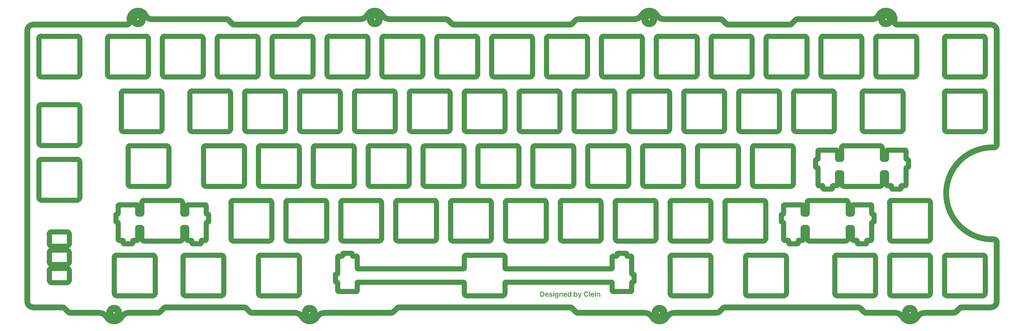
<source format=gbr>
%TF.GenerationSoftware,KiCad,Pcbnew,9.0.2*%
%TF.CreationDate,2025-09-12T12:40:56+09:00*%
%TF.ProjectId,CL70_Plate_6u,434c3730-5f50-46c6-9174-655f36752e6b,rev?*%
%TF.SameCoordinates,Original*%
%TF.FileFunction,Copper,L1,Top*%
%TF.FilePolarity,Positive*%
%FSLAX46Y46*%
G04 Gerber Fmt 4.6, Leading zero omitted, Abs format (unit mm)*
G04 Created by KiCad (PCBNEW 9.0.2) date 2025-09-12 12:40:56*
%MOMM*%
%LPD*%
G01*
G04 APERTURE LIST*
%TA.AperFunction,NonConductor*%
%ADD10C,2.500000*%
%TD*%
%TA.AperFunction,NonConductor*%
%ADD11C,2.000000*%
%TD*%
%TA.AperFunction,NonConductor*%
%ADD12C,1.800000*%
%TD*%
%TA.AperFunction,EtchedComponent*%
%ADD13C,0.000000*%
%TD*%
G04 APERTURE END LIST*
D10*
X341012500Y-92450000D02*
G75*
G02*
X338012500Y-92450000I-1500000J0D01*
G01*
X338012500Y-92450000D02*
G75*
G02*
X341012500Y-92450000I1500000J0D01*
G01*
X349325000Y-194650000D02*
G75*
G02*
X346325000Y-194650000I-1500000J0D01*
G01*
X346325000Y-194650000D02*
G75*
G02*
X349325000Y-194650000I1500000J0D01*
G01*
X258837500Y-92450000D02*
G75*
G02*
X255837500Y-92450000I-1500000J0D01*
G01*
X255837500Y-92450000D02*
G75*
G02*
X258837500Y-92450000I1500000J0D01*
G01*
X140965625Y-194650000D02*
G75*
G02*
X137965625Y-194650000I-1500000J0D01*
G01*
X137965625Y-194650000D02*
G75*
G02*
X140965625Y-194650000I1500000J0D01*
G01*
X262409375Y-194650000D02*
G75*
G02*
X259409375Y-194650000I-1500000J0D01*
G01*
X259409375Y-194650000D02*
G75*
G02*
X262409375Y-194650000I1500000J0D01*
G01*
X163587500Y-92450000D02*
G75*
G02*
X160587500Y-92450000I-1500000J0D01*
G01*
X160587500Y-92450000D02*
G75*
G02*
X163587500Y-92450000I1500000J0D01*
G01*
X73100000Y-194650000D02*
G75*
G02*
X70100000Y-194650000I-1500000J0D01*
G01*
X70100000Y-194650000D02*
G75*
G02*
X73100000Y-194650000I1500000J0D01*
G01*
X81412500Y-92450000D02*
G75*
G02*
X78412500Y-92450000I-1500000J0D01*
G01*
X78412500Y-92450000D02*
G75*
G02*
X81412500Y-92450000I1500000J0D01*
G01*
D11*
X74198076Y-196150000D02*
G75*
G02*
X69001924Y-196150000I-2598076J1500000D01*
G01*
X331876927Y-194351928D02*
X330564765Y-193039765D01*
X332589262Y-194650000D02*
G75*
G02*
X331876935Y-194351920I138J1000500D01*
G01*
X136619684Y-92742815D02*
G75*
G02*
X137333732Y-92450017I706916J-706885D01*
G01*
X255713262Y-194650000D02*
X232576762Y-194650000D01*
X88857184Y-193042815D02*
G75*
G02*
X89557092Y-192750016I706916J-706885D01*
G01*
X281614773Y-194357102D02*
G75*
G02*
X280907662Y-194649973I-707073J707102D01*
G01*
X308783732Y-92450000D02*
X334929862Y-92450000D01*
X167283662Y-92450000D02*
G75*
G02*
X164685612Y-90949979I38J3000000D01*
G01*
X232583732Y-92450000D02*
X252141347Y-92450000D01*
X41450000Y-190750000D02*
X41450000Y-96350012D01*
X343409962Y-94350000D02*
X375974962Y-94350000D01*
X134269462Y-194650000D02*
X119467362Y-194650000D01*
X230555385Y-94057115D02*
G75*
G02*
X229848286Y-94349961I-707085J707215D01*
G01*
X189576862Y-94350000D02*
G75*
G02*
X188874634Y-94062117I38J1000500D01*
G01*
X110648262Y-92450000D02*
G75*
G02*
X111358589Y-92746089I38J-1000000D01*
G01*
X229848262Y-192750000D02*
X170519592Y-192750000D01*
X342628862Y-194650000D02*
G75*
G02*
X345226963Y-196149977I38J-3000000D01*
G01*
X254739423Y-90950000D02*
G75*
G02*
X252141347Y-92449991I-2598123J1500100D01*
G01*
X263507451Y-196150000D02*
G75*
G02*
X258311297Y-196150000I-2598077J1500000D01*
G01*
X169819684Y-193042815D02*
G75*
G02*
X170519592Y-192750016I706916J-706885D01*
G01*
X230555385Y-94057115D02*
X231869684Y-92742815D01*
X231869684Y-92742815D02*
G75*
G02*
X232583732Y-92450017I706916J-706885D01*
G01*
X159489423Y-90950000D02*
G75*
G02*
X164685577Y-90950000I2598077J-1500000D01*
G01*
X329860762Y-192750000D02*
X283628951Y-192750000D01*
X116738762Y-192750000D02*
G75*
G02*
X117441601Y-193038510I-62J-1000500D01*
G01*
X282808589Y-92746089D02*
X284124625Y-94062126D01*
X186848262Y-92450000D02*
G75*
G02*
X187558589Y-92746089I38J-1000000D01*
G01*
X55651927Y-194351928D02*
X54339765Y-193039765D01*
X377975000Y-96364652D02*
X377975000Y-136084692D01*
X66403862Y-194650000D02*
G75*
G02*
X69001963Y-196149977I38J-3000000D01*
G01*
X86835786Y-194650000D02*
X76787677Y-194650000D01*
X375974962Y-94350000D02*
G75*
G02*
X377975048Y-96364652I-62J-2000200D01*
G01*
D12*
X76406250Y-137249992D02*
G75*
G02*
X77211918Y-136449970I800050J-8D01*
G01*
X327775250Y-157270492D02*
G75*
G02*
X327978090Y-157070469I200050J-8D01*
G01*
X250237500Y-130800000D02*
X250237500Y-118200092D01*
X169187500Y-130799992D02*
G75*
G02*
X168387500Y-131600000I-800100J92D01*
G01*
X188325000Y-168900000D02*
X188325000Y-156299992D01*
X49860645Y-179150000D02*
X55249962Y-179150000D01*
X277925000Y-188750000D02*
X265324962Y-188750000D01*
X226425000Y-156299992D02*
G75*
G02*
X227235645Y-155499968I800200J-108D01*
G01*
X322485645Y-174550000D02*
X335074962Y-174550000D01*
X311262500Y-112550000D02*
X298662462Y-112550000D01*
X244438424Y-184149292D02*
X244438500Y-184149292D01*
X334324750Y-169369500D02*
X332996734Y-169369500D01*
X196962500Y-112550000D02*
X184362462Y-112550000D01*
X277924962Y-174550000D02*
G75*
G02*
X278725048Y-175359302I-62J-800200D01*
G01*
X79543500Y-169369500D02*
X78212971Y-169369500D01*
X97837500Y-118199992D02*
G75*
G02*
X98648145Y-117399968I800200J-108D01*
G01*
X89123145Y-98350000D02*
X101712462Y-98350000D01*
X303149680Y-162896330D02*
X303149680Y-160500692D01*
X95368750Y-165100592D02*
X95368750Y-168899992D01*
X115999962Y-136450000D02*
G75*
G02*
X116800048Y-137259302I-62J-800200D01*
G01*
X46260645Y-141212500D02*
X58849962Y-141212500D01*
X192887462Y-183949230D02*
G75*
G02*
X193087470Y-184149292I38J-199970D01*
G01*
X335075000Y-188750000D02*
X322474962Y-188750000D01*
X85843750Y-175349992D02*
X85843750Y-187949992D01*
X79943462Y-160300700D02*
G75*
G02*
X79743500Y-160100700I38J200000D01*
G01*
X245475000Y-156299992D02*
G75*
G02*
X246285645Y-155499968I800200J-108D01*
G01*
X230299862Y-136450000D02*
G75*
G02*
X231100048Y-137259302I38J-800200D01*
G01*
X193087500Y-130800000D02*
X193087500Y-118199992D01*
X307300000Y-137259301D02*
X307300000Y-149849992D01*
X87424962Y-117400000D02*
G75*
G02*
X88225048Y-118209302I-62J-800200D01*
G01*
X255799962Y-150650000D02*
G75*
G02*
X255000000Y-149850000I38J800000D01*
G01*
X136748145Y-117400000D02*
X149337462Y-117400000D01*
X49850062Y-172806330D02*
X49850062Y-172806250D01*
X139812462Y-98350000D02*
G75*
G02*
X140612548Y-99159302I-62J-800200D01*
G01*
X307387500Y-130800000D02*
X307387500Y-118199992D01*
X274860645Y-136450000D02*
X287449962Y-136450000D01*
X136737462Y-131600000D02*
G75*
G02*
X135937500Y-130800000I38J800000D01*
G01*
X79743500Y-157275197D02*
X79743500Y-160100700D01*
X346431000Y-138225197D02*
X346431000Y-141050700D01*
X97837500Y-130800000D02*
X97837500Y-118199992D01*
X74919162Y-170569800D02*
G75*
G02*
X74719200Y-170369800I38J200000D01*
G01*
X49050000Y-170662500D02*
X49050000Y-167262492D01*
X347256500Y-143849492D02*
G75*
G02*
X347056500Y-144049500I-200100J92D01*
G01*
X211249962Y-136450000D02*
G75*
G02*
X212050048Y-137259302I-62J-800200D01*
G01*
X330312500Y-112550000D02*
X317712462Y-112550000D01*
X322830962Y-141250700D02*
G75*
G02*
X322631000Y-141050700I38J200000D01*
G01*
X59650000Y-154612492D02*
G75*
G02*
X58850000Y-155412500I-800100J92D01*
G01*
X95456250Y-175349992D02*
G75*
G02*
X96261918Y-174549970I800050J-8D01*
G01*
X112125000Y-156299992D02*
G75*
G02*
X112935645Y-155499968I800200J-108D01*
G01*
X346431000Y-144249592D02*
X346431000Y-150119492D01*
X79743500Y-169169492D02*
G75*
G02*
X79543500Y-169369500I-200100J92D01*
G01*
X207487462Y-179349360D02*
X244238500Y-179349360D01*
X59650000Y-142021801D02*
X59650000Y-154612492D01*
X346431000Y-150119492D02*
G75*
G02*
X346231000Y-150319500I-200100J92D01*
G01*
X278725000Y-187949992D02*
G75*
G02*
X277925000Y-188750000I-800100J92D01*
G01*
X278812500Y-111750000D02*
X278812500Y-99150092D01*
X127223145Y-98350000D02*
X139812462Y-98350000D01*
X321587500Y-118209301D02*
X321587500Y-130799992D01*
X216012462Y-98350000D02*
G75*
G02*
X216812548Y-99159302I-62J-800200D01*
G01*
X222462462Y-112550000D02*
G75*
G02*
X221662500Y-111750000I38J800000D01*
G01*
X354124962Y-155500000D02*
G75*
G02*
X354925048Y-156309302I-62J-800200D01*
G01*
X306500000Y-150650000D02*
X293899962Y-150650000D01*
X155938500Y-184149192D02*
X155938500Y-186979392D01*
D11*
X342628862Y-194650000D02*
X332589262Y-194650000D01*
D12*
X155787462Y-131600000D02*
G75*
G02*
X154987500Y-130800000I38J800000D01*
G01*
X116000000Y-150650000D02*
X103399962Y-150650000D01*
X339886853Y-138020500D02*
X346230962Y-138020500D01*
X246162500Y-174099192D02*
G75*
G02*
X246364461Y-173899210I200000J-8D01*
G01*
X289148145Y-117400000D02*
X301737462Y-117400000D01*
X259675000Y-156309301D02*
X259675000Y-168899992D01*
X339481362Y-145850600D02*
G75*
G02*
X339681544Y-146046086I38J-200200D01*
G01*
X354925000Y-175359301D02*
X354925000Y-187949992D01*
X116887500Y-118199992D02*
G75*
G02*
X117698145Y-117399968I800200J-108D01*
G01*
X241523145Y-98350000D02*
X254112462Y-98350000D01*
X249349962Y-136450000D02*
G75*
G02*
X250150048Y-137259302I-62J-800200D01*
G01*
X277925000Y-169700000D02*
X265324962Y-169700000D01*
X221575000Y-168899992D02*
G75*
G02*
X220775000Y-169700000I-800100J92D01*
G01*
X188325000Y-156299992D02*
G75*
G02*
X189135645Y-155499968I800200J-108D01*
G01*
X235950000Y-137249992D02*
G75*
G02*
X236760645Y-136449968I800200J-108D01*
G01*
X55249962Y-179150000D02*
G75*
G02*
X56050048Y-179959302I-62J-800200D01*
G01*
X49050000Y-167262492D02*
G75*
G02*
X49860645Y-166462468I800200J-108D01*
G01*
X326549962Y-160300700D02*
X327575250Y-160300700D01*
X335074962Y-174550000D02*
G75*
G02*
X335875048Y-175359302I-62J-800200D01*
G01*
X207287500Y-184149192D02*
X207287500Y-187949992D01*
X354125000Y-169700000D02*
X341524962Y-169700000D01*
D11*
X84495062Y-92450000D02*
G75*
G02*
X82662066Y-91249991I38J2000000D01*
G01*
D12*
X74025000Y-130800000D02*
X74025000Y-118200092D01*
X103399962Y-150650000D02*
G75*
G02*
X102600000Y-149850000I38J800000D01*
G01*
X307300000Y-149849992D02*
G75*
G02*
X306500000Y-150650000I-800100J92D01*
G01*
X49050000Y-179949992D02*
G75*
G02*
X49860645Y-179149968I800200J-108D01*
G01*
X339881462Y-150319500D02*
G75*
G02*
X339681500Y-150119500I38J200000D01*
G01*
X265335645Y-174550000D02*
X277924962Y-174550000D01*
X338456262Y-141250700D02*
X339481500Y-141250700D01*
X240625000Y-168899992D02*
G75*
G02*
X239825000Y-169700000I-800100J92D01*
G01*
X156138462Y-179349360D02*
X192887500Y-179349360D01*
X334524750Y-157270492D02*
X334524750Y-160100692D01*
X145462500Y-99149992D02*
G75*
G02*
X146273145Y-98349968I800200J-108D01*
G01*
X263637500Y-131600000D02*
X251037462Y-131600000D01*
X324056250Y-141050692D02*
X324056250Y-137249992D01*
X154412462Y-174880400D02*
G75*
G02*
X154212500Y-174680400I38J200000D01*
G01*
X244438500Y-179149392D02*
G75*
G02*
X244238500Y-179349400I-200000J-8D01*
G01*
X334324762Y-157070500D02*
G75*
G02*
X334524800Y-157270492I38J-200000D01*
G01*
X303775162Y-163099500D02*
X303349662Y-163099500D01*
X235062462Y-98350000D02*
G75*
G02*
X235862548Y-99159302I-62J-800200D01*
G01*
X308999450Y-169569492D02*
X308999450Y-170369792D01*
X179610645Y-136450000D02*
X192199962Y-136450000D01*
X196962462Y-98350000D02*
G75*
G02*
X197762548Y-99159302I-62J-800200D01*
G01*
X254112462Y-98350000D02*
G75*
G02*
X254912548Y-99159302I-62J-800200D01*
G01*
X304118762Y-174550000D02*
G75*
G02*
X304918800Y-175349992I38J-800000D01*
G01*
X155738462Y-187179430D02*
X149388362Y-187179430D01*
X341405400Y-151319800D02*
X341405400Y-150514987D01*
X317806662Y-151519800D02*
G75*
G02*
X317606700Y-151319800I38J200000D01*
G01*
X320705700Y-151519800D02*
X317806662Y-151519800D01*
X303975150Y-169169492D02*
X303975150Y-163299492D01*
X72793862Y-163099500D02*
X72368462Y-163099500D01*
X340725000Y-187950000D02*
X340725000Y-175349992D01*
X221662500Y-111750000D02*
X221662500Y-99149992D01*
X217699962Y-150650000D02*
G75*
G02*
X216900000Y-149850000I38J800000D01*
G01*
X116887500Y-130800000D02*
X116887500Y-118199992D01*
X95368750Y-156299992D02*
X95368750Y-160100692D01*
X338256250Y-146050592D02*
G75*
G02*
X338453434Y-145850571I200050J-8D01*
G01*
X193887462Y-188750000D02*
G75*
G02*
X193087500Y-187950000I38J800000D01*
G01*
X170085645Y-155500000D02*
X182674962Y-155500000D01*
D11*
X66403862Y-194650000D02*
X56364262Y-194650000D01*
D12*
X182675000Y-169700000D02*
X170074962Y-169700000D01*
X46249962Y-136362500D02*
G75*
G02*
X45450000Y-135562500I38J800000D01*
G01*
X305700440Y-170369792D02*
X305700440Y-169567212D01*
D11*
X377974979Y-170065292D02*
X377975000Y-170065292D01*
D12*
X83462500Y-99159301D02*
X83462500Y-111749992D01*
X83462500Y-111749992D02*
G75*
G02*
X82662500Y-112550000I-800100J92D01*
G01*
X111237500Y-131600000D02*
X98637462Y-131600000D01*
X74824962Y-131600000D02*
G75*
G02*
X74025000Y-130800000I38J800000D01*
G01*
X259675000Y-168899992D02*
G75*
G02*
X258875000Y-169700000I-800100J92D01*
G01*
X341205262Y-150319500D02*
G75*
G02*
X341405444Y-150514986I38J-200200D01*
G01*
X49850062Y-172806250D02*
X55249962Y-172806250D01*
X207487462Y-179349360D02*
G75*
G02*
X207287546Y-179150941I38J199960D01*
G01*
X259762500Y-99149992D02*
G75*
G02*
X260573145Y-98349968I800200J-108D01*
G01*
X96794000Y-160100692D02*
G75*
G02*
X96594000Y-160300700I-200100J92D01*
G01*
X130287500Y-131600000D02*
X117687462Y-131600000D01*
X327775250Y-160100692D02*
X327775250Y-157270492D01*
X177912462Y-98350000D02*
G75*
G02*
X178712548Y-99159302I-62J-800200D01*
G01*
X207287500Y-118209301D02*
X207287500Y-130799992D01*
X235062500Y-112550000D02*
X222462462Y-112550000D01*
X329699162Y-170569800D02*
G75*
G02*
X329499200Y-170369792I38J200000D01*
G01*
X322430962Y-138020500D02*
G75*
G02*
X322631049Y-138225198I-62J-200200D01*
G01*
X169275000Y-156299992D02*
G75*
G02*
X170085645Y-155499968I800200J-108D01*
G01*
X340725000Y-156299992D02*
G75*
G02*
X341535645Y-155499968I800200J-108D01*
G01*
X296975000Y-169700000D02*
X284374962Y-169700000D01*
X324056250Y-149849992D02*
X324056250Y-146050592D01*
D11*
X187558589Y-92746089D02*
X188874625Y-94062126D01*
D12*
X202612500Y-99149992D02*
G75*
G02*
X203423145Y-98349968I800200J-108D01*
G01*
X360574962Y-188750000D02*
G75*
G02*
X359775000Y-187950000I38J800000D01*
G01*
X45450000Y-122962492D02*
G75*
G02*
X46260645Y-122162468I800200J-108D01*
G01*
X108162462Y-112550000D02*
G75*
G02*
X107362500Y-111750000I38J800000D01*
G01*
X315055930Y-141450692D02*
G75*
G02*
X315255930Y-141250630I200070J-8D01*
G01*
X145375000Y-156309301D02*
X145375000Y-168899992D01*
D11*
X74198076Y-196150000D02*
G75*
G02*
X76787677Y-194649971I2598124J-1500000D01*
G01*
D12*
X78018200Y-169569492D02*
X78018200Y-170369792D01*
X78018200Y-169569492D02*
G75*
G02*
X78212970Y-169369474I200200J-108D01*
G01*
X251037462Y-131600000D02*
G75*
G02*
X250237500Y-130800000I38J800000D01*
G01*
X150225000Y-168900000D02*
X150225000Y-156299992D01*
X251188500Y-184149192D02*
G75*
G02*
X251388462Y-183949200I200000J-8D01*
G01*
D11*
X56364262Y-194650000D02*
G75*
G02*
X55651935Y-194351920I138J1000500D01*
G01*
D12*
X208185645Y-155500000D02*
X220774962Y-155500000D01*
X89806250Y-150650000D02*
X77206262Y-150650000D01*
X337456250Y-150650000D02*
X324856262Y-150650000D01*
X324861918Y-136450000D02*
X337456262Y-136450000D01*
X310724750Y-165100592D02*
G75*
G02*
X310921934Y-164900571I200050J-8D01*
G01*
X145462500Y-111750000D02*
X145462500Y-99149992D01*
X269200000Y-137259301D02*
X269200000Y-149849992D01*
X131985645Y-155500000D02*
X144574962Y-155500000D01*
X246274962Y-169700000D02*
G75*
G02*
X245475000Y-168900000I38J800000D01*
G01*
X241512462Y-112550000D02*
G75*
G02*
X240712500Y-111750000I38J800000D01*
G01*
X250988462Y-187179430D02*
X244638362Y-187179430D01*
X155798145Y-117400000D02*
X168387462Y-117400000D01*
X189124962Y-169700000D02*
G75*
G02*
X188325000Y-168900000I38J800000D01*
G01*
X116800000Y-137259301D02*
X116800000Y-149849992D01*
X72168430Y-162899492D02*
X72168430Y-160500692D01*
X278725000Y-156309301D02*
X278725000Y-168899992D01*
X154212500Y-174099292D02*
X154212500Y-174680400D01*
X139812500Y-112550000D02*
X127212462Y-112550000D01*
X74835645Y-117400000D02*
X87424962Y-117400000D01*
X255810645Y-136450000D02*
X268399962Y-136450000D01*
X331200000Y-118199992D02*
G75*
G02*
X332010645Y-117399968I800200J-108D01*
G01*
X148566562Y-181150470D02*
X148988500Y-181150470D01*
X95368750Y-165100592D02*
G75*
G02*
X95565934Y-164900571I200050J-8D01*
G01*
X89112462Y-112550000D02*
G75*
G02*
X88312500Y-111750000I38J800000D01*
G01*
X227235645Y-155500000D02*
X239824962Y-155500000D01*
X273962500Y-111749992D02*
G75*
G02*
X273162500Y-112550000I-800100J92D01*
G01*
X347256500Y-141455397D02*
X347256500Y-143849492D01*
X103543500Y-163299492D02*
G75*
G02*
X103738270Y-163099474I200200J-108D01*
G01*
X72993900Y-169169500D02*
X72993900Y-163294987D01*
X334724762Y-160300700D02*
X335150262Y-160300700D01*
X216812500Y-111749992D02*
G75*
G02*
X216012500Y-112550000I-800100J92D01*
G01*
X193087500Y-179149392D02*
G75*
G02*
X192887500Y-179349400I-200000J-8D01*
G01*
X198649962Y-150650000D02*
G75*
G02*
X197850000Y-149850000I38J800000D01*
G01*
X226337500Y-130799992D02*
G75*
G02*
X225537500Y-131600000I-800100J92D01*
G01*
X341535645Y-155500000D02*
X354124962Y-155500000D01*
X341524962Y-188750000D02*
G75*
G02*
X340725000Y-187950000I38J800000D01*
G01*
X187437462Y-117400000D02*
G75*
G02*
X188237548Y-118209302I-62J-800200D01*
G01*
X131974962Y-169700000D02*
G75*
G02*
X131175000Y-168900000I38J800000D01*
G01*
X283575000Y-156299992D02*
G75*
G02*
X284385645Y-155499968I800200J-108D01*
G01*
X148562362Y-183949230D02*
G75*
G02*
X148362543Y-183743781I138J200030D01*
G01*
X244587462Y-117400000D02*
G75*
G02*
X245387548Y-118209302I-62J-800200D01*
G01*
X268399962Y-136450000D02*
G75*
G02*
X269200048Y-137259302I-62J-800200D01*
G01*
D11*
X308069684Y-92742815D02*
G75*
G02*
X308783732Y-92450017I706916J-706885D01*
G01*
D12*
X283487500Y-118209301D02*
X283487500Y-130799992D01*
X168387462Y-117400000D02*
G75*
G02*
X169187548Y-118209302I-62J-800200D01*
G01*
X45450000Y-99149992D02*
G75*
G02*
X46260645Y-98349968I800200J-108D01*
G01*
X251188500Y-186979392D02*
G75*
G02*
X250988462Y-187179400I-200000J-8D01*
G01*
X244438500Y-186973980D02*
X244438500Y-184149292D01*
X165312462Y-112550000D02*
G75*
G02*
X164512500Y-111750000I38J800000D01*
G01*
X254912500Y-111749992D02*
G75*
G02*
X254112500Y-112550000I-800100J92D01*
G01*
X101712500Y-112550000D02*
X89112462Y-112550000D01*
X305900462Y-170569800D02*
G75*
G02*
X305700500Y-170369792I38J200000D01*
G01*
X154212414Y-174099292D02*
X154212500Y-174099292D01*
X320905700Y-150519592D02*
X320905700Y-151319792D01*
X304177990Y-157070500D02*
X310524762Y-157070500D01*
X146262462Y-112550000D02*
G75*
G02*
X145462500Y-111750000I38J800000D01*
G01*
D11*
X336762954Y-91250000D02*
G75*
G02*
X342435577Y-93125000I2749546J-1200000D01*
G01*
D12*
X278725000Y-175359301D02*
X278725000Y-187949992D01*
X169275000Y-168900000D02*
X169275000Y-156299992D01*
X178800000Y-137249992D02*
G75*
G02*
X179610645Y-136449968I800200J-108D01*
G01*
X49050000Y-183350000D02*
X49050000Y-179949992D01*
X373975000Y-118209301D02*
X373975000Y-130799992D01*
X255000000Y-137249992D02*
G75*
G02*
X255810645Y-136449968I800200J-108D01*
G01*
X150912500Y-174680392D02*
X150912500Y-174099192D01*
X177912500Y-112550000D02*
X165312462Y-112550000D01*
X226425000Y-168900000D02*
X226425000Y-156299992D01*
X327775250Y-160100692D02*
G75*
G02*
X327575250Y-160300750I-200050J-8D01*
G01*
X108856250Y-188750000D02*
X96256262Y-188750000D01*
X197762500Y-99159301D02*
X197762500Y-111749992D01*
X72993900Y-157270592D02*
G75*
G02*
X73199254Y-157070466I200200J-8D01*
G01*
X329499150Y-170369792D02*
X329499150Y-169569492D01*
X344505800Y-151519800D02*
X341605362Y-151519800D01*
X165323145Y-98350000D02*
X177912462Y-98350000D01*
X338456262Y-141250700D02*
G75*
G02*
X338256300Y-141050692I38J200000D01*
G01*
X72168430Y-160500692D02*
G75*
G02*
X72368430Y-160300630I200070J-8D01*
G01*
X324856262Y-150650000D02*
G75*
G02*
X324056300Y-149849992I38J800000D01*
G01*
X81974418Y-155500000D02*
X94568762Y-155500000D01*
X304175162Y-169369500D02*
G75*
G02*
X303975200Y-169169492I38J200000D01*
G01*
X159662500Y-99159301D02*
X159662500Y-111749992D01*
X192199962Y-136450000D02*
G75*
G02*
X193000048Y-137259302I-62J-800200D01*
G01*
X245387500Y-118209301D02*
X245387500Y-130799992D01*
X331200000Y-130800000D02*
X331200000Y-118199992D01*
D11*
X169819684Y-193042815D02*
X168505385Y-194357115D01*
D12*
X310724750Y-157270492D02*
X310724750Y-160100692D01*
X207375000Y-156299992D02*
G75*
G02*
X208185645Y-155499968I800200J-108D01*
G01*
X331112500Y-111749992D02*
G75*
G02*
X330312500Y-112550000I-800100J92D01*
G01*
X58849962Y-122162500D02*
G75*
G02*
X59650048Y-122971802I-62J-800200D01*
G01*
X155938500Y-184149192D02*
G75*
G02*
X156138462Y-183949200I200000J-8D01*
G01*
X206487500Y-131600000D02*
X193887462Y-131600000D01*
X273162500Y-112550000D02*
X260562462Y-112550000D01*
X117698145Y-117400000D02*
X130287462Y-117400000D01*
X312150000Y-156300092D02*
G75*
G02*
X312960645Y-155499968I800200J-8D01*
G01*
X227224962Y-169700000D02*
G75*
G02*
X226425000Y-168900000I38J800000D01*
G01*
X135937500Y-118199992D02*
G75*
G02*
X136748145Y-117399968I800200J-108D01*
G01*
X335350250Y-162899492D02*
G75*
G02*
X335150250Y-163099550I-200050J-8D01*
G01*
X321675000Y-187950000D02*
X321675000Y-175349992D01*
X73193862Y-169369500D02*
G75*
G02*
X72993900Y-169169500I38J200000D01*
G01*
X121562500Y-111749992D02*
G75*
G02*
X120762500Y-112550000I-800100J92D01*
G01*
X58849862Y-98350000D02*
G75*
G02*
X59650048Y-99159302I38J-800200D01*
G01*
X122460645Y-174550000D02*
X135049962Y-174550000D01*
X159750000Y-149850000D02*
X159750000Y-137249992D01*
X240712500Y-99149992D02*
G75*
G02*
X241523145Y-98349968I800200J-108D01*
G01*
X151114461Y-173899240D02*
X154012362Y-173899240D01*
D11*
X87542885Y-194357115D02*
G75*
G02*
X86835786Y-194649961I-707085J707215D01*
G01*
D12*
X231998145Y-117400000D02*
X244587462Y-117400000D01*
X373975000Y-175359301D02*
X373975000Y-187949992D01*
X88225000Y-118209301D02*
X88225000Y-130799992D01*
X302537500Y-130799992D02*
G75*
G02*
X301737500Y-131600000I-800100J92D01*
G01*
X252013500Y-181350492D02*
X252013500Y-183749192D01*
X340725000Y-175349992D02*
G75*
G02*
X341535645Y-174549968I800200J-108D01*
G01*
X72793862Y-163099500D02*
G75*
G02*
X72993945Y-163294986I-62J-200200D01*
G01*
X315881400Y-141050692D02*
X315881400Y-138220492D01*
X344705800Y-150519592D02*
X344705800Y-151319792D01*
D11*
X365082184Y-193042815D02*
X363767885Y-194357115D01*
D12*
X58850000Y-112550000D02*
X46249962Y-112550000D01*
X192200000Y-150650000D02*
X179599962Y-150650000D01*
X154412462Y-174880400D02*
X155738462Y-174880400D01*
X94568750Y-169700000D02*
X81968762Y-169700000D01*
X316912500Y-111750000D02*
X316912500Y-99149992D01*
X173150000Y-150650000D02*
X160549962Y-150650000D01*
X173149962Y-136450000D02*
G75*
G02*
X173950048Y-137259302I-62J-800200D01*
G01*
X108856262Y-174550000D02*
G75*
G02*
X109656300Y-175349992I38J-800000D01*
G01*
X230300000Y-150650000D02*
X217699962Y-150650000D01*
X135850000Y-137259301D02*
X135850000Y-149849992D01*
D11*
X41450000Y-96350012D02*
G75*
G02*
X43450012Y-94350000I2000000J12D01*
G01*
D12*
X46260645Y-98350000D02*
X58849862Y-98350000D01*
X151024962Y-169700000D02*
G75*
G02*
X150225000Y-168900000I38J800000D01*
G01*
X193000000Y-149849992D02*
G75*
G02*
X192200000Y-150650000I-800100J92D01*
G01*
D11*
X159489423Y-90950000D02*
G75*
G02*
X156891347Y-92449991I-2598123J1500100D01*
G01*
X377975000Y-190749992D02*
G75*
G02*
X375975000Y-192750000I-2000100J92D01*
G01*
D12*
X291524418Y-174550000D02*
X304118762Y-174550000D01*
X174848145Y-117400000D02*
X187437462Y-117400000D01*
X81168750Y-160100692D02*
G75*
G02*
X80968750Y-160300750I-200050J-8D01*
G01*
X104169000Y-163099500D02*
X103738271Y-163099500D01*
X145375000Y-168899992D02*
G75*
G02*
X144575000Y-169700000I-800100J92D01*
G01*
X354125000Y-188750000D02*
X341524962Y-188750000D01*
X231987462Y-131600000D02*
G75*
G02*
X231187500Y-130800000I38J800000D01*
G01*
X335350250Y-160500692D02*
X335350250Y-162899492D01*
X293100000Y-137250092D02*
G75*
G02*
X293910645Y-136449968I800200J-8D01*
G01*
X103343500Y-169369500D02*
X102013071Y-169369500D01*
X131175000Y-168900000D02*
X131175000Y-156299992D01*
X101712462Y-98350000D02*
G75*
G02*
X102512548Y-99159302I-62J-800200D01*
G01*
D11*
X284826862Y-94350000D02*
X306048286Y-94350000D01*
D12*
X59650000Y-99159301D02*
X59650000Y-111749992D01*
X55238892Y-177806250D02*
X49849962Y-177806250D01*
X150912500Y-174680392D02*
G75*
G02*
X150712500Y-174880400I-200100J92D01*
G01*
X178712500Y-111749992D02*
G75*
G02*
X177912500Y-112550000I-800100J92D01*
G01*
X96794000Y-169169500D02*
X96794000Y-165096087D01*
X72449418Y-174550000D02*
X85043762Y-174550000D01*
X321675000Y-175349992D02*
G75*
G02*
X322485645Y-174549968I800200J-108D01*
G01*
X269287500Y-118199992D02*
G75*
G02*
X270098145Y-117399968I800200J-108D01*
G01*
X130287462Y-117400000D02*
G75*
G02*
X131087548Y-118209302I-62J-800200D01*
G01*
X45450000Y-154612500D02*
X45450000Y-142012492D01*
X70073145Y-98350000D02*
X82662362Y-98350000D01*
X207287500Y-184149192D02*
G75*
G02*
X207487462Y-183949200I200000J-8D01*
G01*
X312062500Y-99159301D02*
X312062500Y-111749992D01*
X310724750Y-169169492D02*
G75*
G02*
X310524750Y-169369550I-200050J-8D01*
G01*
X104369000Y-160505397D02*
X104369000Y-162899492D01*
X149188424Y-184149292D02*
X149188500Y-184149292D01*
D11*
X334929862Y-92449991D02*
X334929862Y-92450000D01*
D12*
X208174962Y-169700000D02*
G75*
G02*
X207375000Y-168900000I38J800000D01*
G01*
X269287500Y-130800000D02*
X269287500Y-118199992D01*
X245387500Y-130799992D02*
G75*
G02*
X244587500Y-131600000I-800100J92D01*
G01*
X322474962Y-188750000D02*
G75*
G02*
X321675000Y-187950000I38J800000D01*
G01*
X373975000Y-130799992D02*
G75*
G02*
X373175000Y-131600000I-800100J92D01*
G01*
X317606690Y-151319800D02*
X317606690Y-150514572D01*
X301737500Y-131600000D02*
X289137462Y-131600000D01*
D11*
X229848262Y-192750000D02*
G75*
G02*
X230552265Y-193039765I38J-1000000D01*
G01*
D12*
X197850000Y-149850000D02*
X197850000Y-137249992D01*
X158862462Y-98350000D02*
G75*
G02*
X159662548Y-99159302I-62J-800200D01*
G01*
X184362462Y-112550000D02*
G75*
G02*
X183562500Y-111750000I38J800000D01*
G01*
X101818300Y-169569492D02*
G75*
G02*
X102013070Y-169369474I200200J-108D01*
G01*
X344599962Y-117400000D02*
G75*
G02*
X345400048Y-118209302I-62J-800200D01*
G01*
X332799550Y-170369792D02*
G75*
G02*
X332599550Y-170569850I-200050J-8D01*
G01*
X173950000Y-149849992D02*
G75*
G02*
X173150000Y-150650000I-800100J92D01*
G01*
X197850000Y-137249992D02*
G75*
G02*
X198660645Y-136449968I800200J-108D01*
G01*
X122449962Y-188750000D02*
G75*
G02*
X121650000Y-187950000I38J800000D01*
G01*
X112935645Y-155500000D02*
X125524862Y-155500000D01*
X96993962Y-169369500D02*
G75*
G02*
X96794000Y-169169500I38J200000D01*
G01*
X212137500Y-130800000D02*
X212137500Y-118199992D01*
X126325000Y-156309301D02*
X126325000Y-168899992D01*
X102600000Y-137249992D02*
G75*
G02*
X103410645Y-136449968I800200J-108D01*
G01*
X90606250Y-137249992D02*
X90606250Y-149849992D01*
X244438500Y-179149392D02*
X244438500Y-175080392D01*
X178800000Y-149850000D02*
X178800000Y-137249992D01*
X187437500Y-131600000D02*
X174837462Y-131600000D01*
X109656250Y-187949992D02*
G75*
G02*
X108856250Y-188750050I-800050J-8D01*
G01*
X112125000Y-168900000D02*
X112125000Y-156299992D01*
X59650000Y-111749992D02*
G75*
G02*
X58850000Y-112550000I-800100J92D01*
G01*
X102600000Y-149850000D02*
X102600000Y-137249992D01*
X339681500Y-150119500D02*
X339681500Y-146046087D01*
X344705800Y-150519592D02*
G75*
G02*
X344900570Y-150319474I200200J-8D01*
G01*
X72993900Y-160100692D02*
X72993900Y-157270592D01*
D11*
X113376862Y-94350000D02*
G75*
G02*
X112674634Y-94062117I38J1000500D01*
G01*
D12*
X265324962Y-169700000D02*
G75*
G02*
X264525000Y-168900000I38J800000D01*
G01*
X131087500Y-118209301D02*
X131087500Y-130799992D01*
X82662362Y-98350000D02*
G75*
G02*
X83462548Y-99159302I38J-800200D01*
G01*
X231187500Y-118199992D02*
G75*
G02*
X231998145Y-117399968I800200J-108D01*
G01*
X125525000Y-169700000D02*
X112924962Y-169700000D01*
X98317862Y-169369500D02*
G75*
G02*
X98517945Y-169564986I-62J-200200D01*
G01*
X120762462Y-98350000D02*
G75*
G02*
X121562548Y-99159302I-62J-800200D01*
G01*
X344600000Y-131600000D02*
X331999962Y-131600000D01*
X305700454Y-170369792D02*
X305700440Y-170369792D01*
X293012500Y-111749992D02*
G75*
G02*
X292212500Y-112550000I-800100J92D01*
G01*
X55250000Y-184150000D02*
X49849962Y-184150000D01*
X198660645Y-136450000D02*
X211249962Y-136450000D01*
X289137462Y-131600000D02*
G75*
G02*
X288337500Y-130800000I38J800000D01*
G01*
X151035645Y-155500000D02*
X163624962Y-155500000D01*
D11*
X43449962Y-192750000D02*
G75*
G02*
X41450000Y-190750000I38J2000000D01*
G01*
D12*
X111237462Y-117400000D02*
G75*
G02*
X112037548Y-118209302I-62J-800200D01*
G01*
X148988462Y-183949230D02*
X148562362Y-183949230D01*
X317406562Y-150319500D02*
X316081362Y-150319500D01*
X55249962Y-172806250D02*
G75*
G02*
X56050050Y-173606292I38J-800050D01*
G01*
X217710645Y-136450000D02*
X230299862Y-136450000D01*
X293910645Y-136450000D02*
X306499962Y-136450000D01*
X131087500Y-130799992D02*
G75*
G02*
X130287500Y-131600000I-800100J92D01*
G01*
X174037500Y-130800000D02*
X174037500Y-118199992D01*
X82662500Y-112550000D02*
X70062462Y-112550000D01*
X216812500Y-99159301D02*
X216812500Y-111749992D01*
X94568762Y-155500000D02*
G75*
G02*
X95368800Y-156299992I38J-800000D01*
G01*
D11*
X88857184Y-193042815D02*
X87542885Y-194357115D01*
D12*
X46249962Y-112550000D02*
G75*
G02*
X45450000Y-111750000I38J800000D01*
G01*
X360585645Y-117400000D02*
X373174962Y-117400000D01*
D11*
X263507451Y-196150000D02*
G75*
G02*
X266105462Y-194649974I2598049J-1499900D01*
G01*
D12*
X216012500Y-112550000D02*
X203412462Y-112550000D01*
X101818300Y-170369792D02*
G75*
G02*
X101618300Y-170569800I-200100J92D01*
G01*
X211250000Y-150650000D02*
X198649962Y-150650000D01*
X320787462Y-117400000D02*
G75*
G02*
X321587548Y-118209302I-62J-800200D01*
G01*
X287449962Y-136450000D02*
G75*
G02*
X288250048Y-137259302I-62J-800200D01*
G01*
X345400000Y-118209301D02*
X345400000Y-130799992D01*
X56050000Y-170662492D02*
G75*
G02*
X55250000Y-171462500I-800100J92D01*
G01*
X85843750Y-187949992D02*
G75*
G02*
X85043750Y-188750050I-800050J-8D01*
G01*
X317723145Y-98350000D02*
X330312462Y-98350000D01*
X109656250Y-175349992D02*
X109656250Y-187949992D01*
D11*
X282098262Y-92450000D02*
G75*
G02*
X282808589Y-92746089I38J-1000000D01*
G01*
D12*
X149393853Y-174880400D02*
X150712500Y-174880400D01*
D11*
X365082184Y-193042815D02*
G75*
G02*
X365782092Y-192750016I706916J-706885D01*
G01*
D12*
X251813462Y-181150470D02*
G75*
G02*
X252013530Y-181350492I38J-200030D01*
G01*
X326350000Y-165100592D02*
G75*
G02*
X326544770Y-164900574I200200J-108D01*
G01*
X278812500Y-99150092D02*
G75*
G02*
X279623145Y-98349968I800200J-8D01*
G01*
X95568762Y-160300700D02*
G75*
G02*
X95368800Y-160100692I38J200000D01*
G01*
X292212500Y-112550000D02*
X279612462Y-112550000D01*
X88225000Y-130799992D02*
G75*
G02*
X87425000Y-131600000I-800100J92D01*
G01*
X293100000Y-149850000D02*
X293100000Y-137250092D01*
D11*
X134269462Y-194650000D02*
G75*
G02*
X136867494Y-196150031I-62J-3000000D01*
G01*
D12*
X98317862Y-169369500D02*
X96993962Y-169369500D01*
D11*
X118756448Y-194353324D02*
X117441618Y-193038493D01*
D12*
X144575000Y-169700000D02*
X131974962Y-169700000D01*
X322631000Y-150119492D02*
G75*
G02*
X322431000Y-150319500I-200100J92D01*
G01*
X274050000Y-137249992D02*
G75*
G02*
X274860645Y-136449968I800200J-108D01*
G01*
X288337500Y-130800000D02*
X288337500Y-118199992D01*
D11*
X167798286Y-194650000D02*
X144661777Y-194650000D01*
D12*
X322631000Y-138225197D02*
X322631000Y-141050700D01*
X335875000Y-175359301D02*
X335875000Y-187949992D01*
X341524962Y-169700000D02*
G75*
G02*
X340725000Y-168900000I38J800000D01*
G01*
X207375000Y-168900000D02*
X207375000Y-156299992D01*
X311949962Y-164900600D02*
X310921934Y-164900600D01*
X225537462Y-117400000D02*
G75*
G02*
X226337548Y-118209302I-62J-800200D01*
G01*
X49050000Y-177006292D02*
X49050000Y-173606392D01*
X244638362Y-187179430D02*
G75*
G02*
X244438543Y-186973981I138J200030D01*
G01*
X298673145Y-98350000D02*
X311262462Y-98350000D01*
X101618300Y-170569800D02*
X98717862Y-170569800D01*
X323856262Y-145850600D02*
X322825771Y-145850600D01*
X310924762Y-160300700D02*
X311950000Y-160300700D01*
X188237500Y-118209301D02*
X188237500Y-130799992D01*
X332799550Y-169569492D02*
X332799550Y-170369792D01*
X249262362Y-173899240D02*
G75*
G02*
X249462460Y-174099292I138J-199960D01*
G01*
X297775000Y-156309301D02*
X297775000Y-168899992D01*
X155938500Y-175085097D02*
X155938500Y-179150941D01*
X103543500Y-157275197D02*
X103543500Y-160100700D01*
X146273145Y-98350000D02*
X158862462Y-98350000D01*
X202612500Y-111750000D02*
X202612500Y-99149992D01*
X49050000Y-173606392D02*
G75*
G02*
X49850062Y-172806300I800000J92D01*
G01*
X354124962Y-174550000D02*
G75*
G02*
X354925048Y-175359302I-62J-800200D01*
G01*
X81168750Y-168899992D02*
X81168750Y-165100592D01*
X164425000Y-168899992D02*
G75*
G02*
X163625000Y-169700000I-800100J92D01*
G01*
D11*
X254739423Y-90950000D02*
G75*
G02*
X259935577Y-90950000I2598077J-1499998D01*
G01*
D12*
X96999353Y-157070500D02*
X103343362Y-157070500D01*
X310524750Y-169369500D02*
X309196634Y-169369500D01*
X126412500Y-99149992D02*
G75*
G02*
X127223145Y-98349968I800200J-108D01*
G01*
D11*
X350423076Y-196150000D02*
G75*
G02*
X345226924Y-196150000I-2598076J1500000D01*
G01*
D12*
X359775000Y-130800000D02*
X359775000Y-118199992D01*
X341535645Y-174550000D02*
X354124962Y-174550000D01*
X71643750Y-175349992D02*
G75*
G02*
X72449418Y-174549970I800050J-8D01*
G01*
X206487362Y-117400000D02*
G75*
G02*
X207287548Y-118209302I38J-800200D01*
G01*
X127212462Y-112550000D02*
G75*
G02*
X126412500Y-111750000I38J800000D01*
G01*
X148362500Y-183743780D02*
X148362500Y-181350492D01*
X332010645Y-117400000D02*
X344599962Y-117400000D01*
X373175000Y-131600000D02*
X360574962Y-131600000D01*
X334524750Y-169169492D02*
G75*
G02*
X334324750Y-169369550I-200050J-8D01*
G01*
X320905700Y-151319792D02*
G75*
G02*
X320705700Y-151519800I-200100J92D01*
G01*
X305500462Y-169369500D02*
X304175162Y-169369500D01*
D11*
X255713262Y-194650000D02*
G75*
G02*
X258311282Y-196150009I-62J-3000000D01*
G01*
D12*
X304918750Y-175349992D02*
X304918750Y-187949992D01*
X250237500Y-118200092D02*
G75*
G02*
X251048145Y-117399968I800200J-8D01*
G01*
X46249962Y-155412500D02*
G75*
G02*
X45450000Y-154612500I38J800000D01*
G01*
X307387500Y-118199992D02*
G75*
G02*
X308198145Y-117399968I800200J-108D01*
G01*
X293899962Y-150650000D02*
G75*
G02*
X293100000Y-149850000I38J800000D01*
G01*
X335962500Y-99149992D02*
G75*
G02*
X336773145Y-98349968I800200J-108D01*
G01*
X212050000Y-137259301D02*
X212050000Y-149849992D01*
X154987500Y-130800000D02*
X154987500Y-118199992D01*
X250988462Y-174880400D02*
G75*
G02*
X251188549Y-175085098I-62J-200200D01*
G01*
X192887462Y-183949230D02*
X156138462Y-183949230D01*
X288337500Y-118199992D02*
G75*
G02*
X289148145Y-117399968I800200J-108D01*
G01*
X359775000Y-187950000D02*
X359775000Y-175349992D01*
X264525000Y-175349992D02*
G75*
G02*
X265335645Y-174549968I800200J-108D01*
G01*
D11*
X350423076Y-196150000D02*
G75*
G02*
X353012677Y-194649971I2598124J-1500000D01*
G01*
D12*
X154900000Y-137259301D02*
X154900000Y-149849992D01*
X156138462Y-179349360D02*
G75*
G02*
X155938546Y-179150941I38J199960D01*
G01*
X135937500Y-130800000D02*
X135937500Y-118199992D01*
X148988462Y-183949230D02*
G75*
G02*
X149188470Y-184149292I38J-199970D01*
G01*
X70062462Y-112550000D02*
G75*
G02*
X69262500Y-111750000I38J800000D01*
G01*
X326549962Y-160300700D02*
G75*
G02*
X326350000Y-160100700I38J200000D01*
G01*
X335150262Y-160300700D02*
G75*
G02*
X335350300Y-160500692I38J-200000D01*
G01*
X335875000Y-187949992D02*
G75*
G02*
X335075000Y-188750000I-800100J92D01*
G01*
X163625000Y-169700000D02*
X151024962Y-169700000D01*
X303775162Y-163099500D02*
G75*
G02*
X303975200Y-163299492I38J-200000D01*
G01*
X96593962Y-164900600D02*
X95565934Y-164900600D01*
X96256262Y-188750000D02*
G75*
G02*
X95456300Y-187949992I38J800000D01*
G01*
D11*
X232576762Y-194650000D02*
G75*
G02*
X231864435Y-194351920I138J1000500D01*
G01*
D12*
X108173145Y-98350000D02*
X120762462Y-98350000D01*
X154900000Y-149849992D02*
G75*
G02*
X154100000Y-150650000I-800100J92D01*
G01*
X107362500Y-111750000D02*
X107362500Y-99149992D01*
X240625000Y-156309301D02*
X240625000Y-168899992D01*
X121650000Y-187950000D02*
X121650000Y-175349992D01*
X245475000Y-168900000D02*
X245475000Y-156299992D01*
X69262500Y-111750000D02*
X69262500Y-99149992D01*
X226337500Y-118209301D02*
X226337500Y-130799992D01*
X346230962Y-138020500D02*
G75*
G02*
X346431049Y-138225198I-62J-200200D01*
G01*
X283575000Y-168900000D02*
X283575000Y-156299992D01*
D11*
X142063701Y-196150000D02*
G75*
G02*
X144661777Y-194649980I2598099J-1500000D01*
G01*
D12*
X160560645Y-136450000D02*
X173149962Y-136450000D01*
X95456250Y-187949992D02*
X95456250Y-175349992D01*
X74519062Y-169369500D02*
G75*
G02*
X74719234Y-169564571I38J-200200D01*
G01*
X288250000Y-149849992D02*
G75*
G02*
X287450000Y-150650000I-800100J92D01*
G01*
X236760645Y-136450000D02*
X249349962Y-136450000D01*
D11*
X231864427Y-194351928D02*
X230552265Y-193039765D01*
D12*
X302537500Y-118209301D02*
X302537500Y-130799992D01*
X249350000Y-150650000D02*
X236749962Y-150650000D01*
X259762500Y-111750000D02*
X259762500Y-99149992D01*
X344705800Y-151319792D02*
G75*
G02*
X344505800Y-151519800I-200100J92D01*
G01*
D11*
X189576862Y-94350000D02*
X229848286Y-94350000D01*
D12*
X163624962Y-155500000D02*
G75*
G02*
X164425048Y-156309302I-62J-800200D01*
G01*
X290718750Y-175349992D02*
G75*
G02*
X291524418Y-174549970I800050J-8D01*
G01*
X212137500Y-118199992D02*
G75*
G02*
X212948145Y-117399968I800200J-108D01*
G01*
X263637462Y-117400000D02*
G75*
G02*
X264437548Y-118209302I-62J-800200D01*
G01*
X373175000Y-112550000D02*
X360574962Y-112550000D01*
X325550000Y-169700000D02*
X312949962Y-169700000D01*
X150137500Y-130799992D02*
G75*
G02*
X149337500Y-131600000I-800100J92D01*
G01*
X301737462Y-117400000D02*
G75*
G02*
X302537548Y-118209302I-62J-800200D01*
G01*
X324056250Y-137249992D02*
G75*
G02*
X324861918Y-136449970I800050J-8D01*
G01*
X315255930Y-141250700D02*
X315681400Y-141250700D01*
X74519062Y-169369500D02*
X73193862Y-169369500D01*
X95568762Y-160300700D02*
X96594000Y-160300700D01*
X287450000Y-150650000D02*
X274849962Y-150650000D01*
X277924962Y-155500000D02*
G75*
G02*
X278725048Y-156309302I-62J-800200D01*
G01*
X283487500Y-130799992D02*
G75*
G02*
X282687500Y-131600000I-800100J92D01*
G01*
X135049962Y-136450000D02*
G75*
G02*
X135850048Y-137259302I-62J-800200D01*
G01*
X203412462Y-112550000D02*
G75*
G02*
X202612500Y-111750000I38J800000D01*
G01*
X338256250Y-146050592D02*
X338256250Y-149849992D01*
X112037500Y-118209301D02*
X112037500Y-130799992D01*
D11*
X137333732Y-92450000D02*
X156891347Y-92450000D01*
X116738762Y-192750000D02*
X89557092Y-192750000D01*
D12*
X312150000Y-160100692D02*
G75*
G02*
X311950000Y-160300700I-200100J92D01*
G01*
X164512500Y-99149992D02*
G75*
G02*
X165323145Y-98349968I800200J-108D01*
G01*
X323856262Y-145850600D02*
G75*
G02*
X324056300Y-146050592I38J-200000D01*
G01*
X212937462Y-131600000D02*
G75*
G02*
X212137500Y-130800000I38J800000D01*
G01*
D11*
X167283662Y-92450000D02*
X186848262Y-92450000D01*
D12*
X279623145Y-98350000D02*
X292212462Y-98350000D01*
D11*
X363060786Y-194650000D02*
X353012677Y-194650000D01*
D12*
X254912500Y-99159301D02*
X254912500Y-111749992D01*
D11*
X306755385Y-94057115D02*
G75*
G02*
X306048286Y-94349961I-707085J707215D01*
G01*
D12*
X312960645Y-155500000D02*
X325549862Y-155500000D01*
X140612500Y-99159301D02*
X140612500Y-111749992D01*
X46260645Y-122162500D02*
X58849962Y-122162500D01*
X74025000Y-118200092D02*
G75*
G02*
X74835645Y-117399968I800200J-8D01*
G01*
X315881400Y-138220492D02*
G75*
G02*
X316086754Y-138020466I200200J-108D01*
G01*
X346431000Y-144249592D02*
G75*
G02*
X346625770Y-144049474I200200J-8D01*
G01*
X246162500Y-174680392D02*
X246162500Y-174099192D01*
X354925000Y-168899992D02*
G75*
G02*
X354125000Y-169700000I-800100J92D01*
G01*
X104369000Y-162899492D02*
G75*
G02*
X104169000Y-163099500I-200100J92D01*
G01*
X183562500Y-111750000D02*
X183562500Y-99149992D01*
X354925000Y-187949992D02*
G75*
G02*
X354125000Y-188750000I-800100J92D01*
G01*
X182674962Y-155500000D02*
G75*
G02*
X183475048Y-156309302I-62J-800200D01*
G01*
X154012362Y-173899240D02*
G75*
G02*
X154212460Y-174099292I138J-199960D01*
G01*
X305500462Y-169369500D02*
G75*
G02*
X305700487Y-169567211I38J-200000D01*
G01*
X79743500Y-165100592D02*
X79743500Y-169169492D01*
X360574962Y-131600000D02*
G75*
G02*
X359775000Y-130800000I38J800000D01*
G01*
X311949962Y-164900600D02*
G75*
G02*
X312150045Y-165096086I-62J-200200D01*
G01*
X251188500Y-175085097D02*
X251188500Y-180953021D01*
X315681262Y-144049500D02*
X315255962Y-144049500D01*
X220774962Y-155500000D02*
G75*
G02*
X221575048Y-156309302I-62J-800200D01*
G01*
X332799550Y-169569492D02*
G75*
G02*
X332996734Y-169369471I200050J-8D01*
G01*
X337456262Y-136450000D02*
G75*
G02*
X338256300Y-137249992I38J-800000D01*
G01*
X135850000Y-149849992D02*
G75*
G02*
X135050000Y-150650000I-800100J92D01*
G01*
X322431000Y-150319500D02*
X321100471Y-150319500D01*
X121650000Y-137249992D02*
G75*
G02*
X122460645Y-136449968I800200J-108D01*
G01*
X160549962Y-150650000D02*
G75*
G02*
X159750000Y-149850000I38J800000D01*
G01*
X201725000Y-169700000D02*
X189124962Y-169700000D01*
X173950000Y-137259301D02*
X173950000Y-149849992D01*
X193087500Y-179149392D02*
X193087500Y-175349992D01*
X55249862Y-166462500D02*
G75*
G02*
X56050048Y-167271802I38J-800200D01*
G01*
X116800000Y-149849992D02*
G75*
G02*
X116000000Y-150650000I-800100J92D01*
G01*
X164425000Y-156309301D02*
X164425000Y-168899992D01*
X315055954Y-143849492D02*
X315055930Y-143849492D01*
X258874962Y-155500000D02*
G75*
G02*
X259675048Y-156309302I-62J-800200D01*
G01*
D11*
X343409962Y-94350000D02*
G75*
G02*
X342435638Y-93125014I38J1000000D01*
G01*
D12*
X284385645Y-155500000D02*
X296974862Y-155500000D01*
X360585645Y-98350000D02*
X373174962Y-98350000D01*
X168387500Y-131600000D02*
X155787462Y-131600000D01*
X251048145Y-117400000D02*
X263637462Y-117400000D01*
X122449962Y-150650000D02*
G75*
G02*
X121650000Y-149850000I38J800000D01*
G01*
X179599962Y-150650000D02*
G75*
G02*
X178800000Y-149850000I38J800000D01*
G01*
X260562462Y-112550000D02*
G75*
G02*
X259762500Y-111750000I38J800000D01*
G01*
X236749962Y-150650000D02*
G75*
G02*
X235950000Y-149850000I38J800000D01*
G01*
X207287500Y-130799992D02*
G75*
G02*
X206487500Y-131600000I-800100J92D01*
G01*
X98637462Y-131600000D02*
G75*
G02*
X97837500Y-130800000I38J800000D01*
G01*
X159750000Y-137249992D02*
G75*
G02*
X160560645Y-136449968I800200J-108D01*
G01*
X303975150Y-160100692D02*
X303975150Y-157270492D01*
X279612462Y-112550000D02*
G75*
G02*
X278812500Y-111750000I38J800000D01*
G01*
X221575000Y-156309301D02*
X221575000Y-168899992D01*
X339681500Y-141050692D02*
G75*
G02*
X339481500Y-141250700I-200100J92D01*
G01*
X304918750Y-187949992D02*
G75*
G02*
X304118750Y-188750050I-800050J-8D01*
G01*
X154987500Y-118199992D02*
G75*
G02*
X155798145Y-117399968I800200J-108D01*
G01*
D11*
X336762954Y-91250000D02*
G75*
G02*
X334929862Y-92449962I-1833054J800100D01*
G01*
D12*
X288250000Y-137259301D02*
X288250000Y-149849992D01*
X193087500Y-187950000D02*
X193087500Y-184149292D01*
X117687462Y-131600000D02*
G75*
G02*
X116887500Y-130800000I38J800000D01*
G01*
X308799450Y-170569800D02*
X305900462Y-170569800D01*
X278725000Y-168899992D02*
G75*
G02*
X277925000Y-169700000I-800100J92D01*
G01*
D11*
X376941176Y-169065845D02*
G75*
G02*
X376941176Y-137084155I-541176J15990845D01*
G01*
D12*
X154099962Y-136450000D02*
G75*
G02*
X154900048Y-137259302I-62J-800200D01*
G01*
X249662462Y-174880400D02*
G75*
G02*
X249462500Y-174680400I38J200000D01*
G01*
X174837462Y-131600000D02*
G75*
G02*
X174037500Y-130800000I38J800000D01*
G01*
X207287500Y-175359301D02*
X207287500Y-179150941D01*
X72443762Y-188750000D02*
G75*
G02*
X71643800Y-187949992I38J800000D01*
G01*
X322830962Y-141250700D02*
X323856250Y-141250700D01*
X193898145Y-174550000D02*
X206487462Y-174550000D01*
X107362500Y-99149992D02*
G75*
G02*
X108173145Y-98349968I800200J-108D01*
G01*
X339681500Y-141050692D02*
X339681500Y-138220492D01*
X308198145Y-117400000D02*
X320787462Y-117400000D01*
D11*
X76989423Y-93125000D02*
G75*
G02*
X76015062Y-94349965I-974323J-225000D01*
G01*
D12*
X148362500Y-181350492D02*
G75*
G02*
X148566563Y-181150437I200200J-108D01*
G01*
X96593962Y-164900600D02*
G75*
G02*
X96794045Y-165096086I-62J-200200D01*
G01*
X76406250Y-149849992D02*
X76406250Y-137249992D01*
X315681262Y-144049500D02*
G75*
G02*
X315881444Y-144244986I38J-200200D01*
G01*
X359775000Y-118199992D02*
G75*
G02*
X360585645Y-117399968I800200J-108D01*
G01*
X331999962Y-131600000D02*
G75*
G02*
X331200000Y-130800000I38J800000D01*
G01*
X103543500Y-163299492D02*
X103543500Y-169169492D01*
X102512500Y-99159301D02*
X102512500Y-111749992D01*
X90606250Y-149849992D02*
G75*
G02*
X89806250Y-150650050I-800050J-8D01*
G01*
X45450000Y-111750000D02*
X45450000Y-99149992D01*
X312150000Y-168900000D02*
X312150000Y-165096087D01*
X74719190Y-170369800D02*
X74719190Y-169564572D01*
X59650000Y-135562492D02*
G75*
G02*
X58850000Y-136362500I-800100J92D01*
G01*
X89806262Y-136450000D02*
G75*
G02*
X90606300Y-137249992I38J-800000D01*
G01*
X330312462Y-98350000D02*
G75*
G02*
X331112548Y-99159302I-62J-800200D01*
G01*
X327775250Y-169169492D02*
X327775250Y-165100592D01*
X103543500Y-169169492D02*
G75*
G02*
X103343500Y-169369500I-200100J92D01*
G01*
X251188500Y-184149192D02*
X251188500Y-186979392D01*
X251388462Y-181150470D02*
G75*
G02*
X251188546Y-180953020I38J199970D01*
G01*
X193887462Y-131600000D02*
G75*
G02*
X193087500Y-130800000I38J800000D01*
G01*
X265335645Y-155500000D02*
X277924962Y-155500000D01*
X270087462Y-131600000D02*
G75*
G02*
X269287500Y-130800000I38J800000D01*
G01*
X327975262Y-169369500D02*
G75*
G02*
X327775300Y-169169492I38J200000D01*
G01*
D11*
X113376862Y-94350000D02*
X134598286Y-94350000D01*
D12*
X334724762Y-160300700D02*
G75*
G02*
X334524800Y-160100692I38J200000D01*
G01*
X121562500Y-99159301D02*
X121562500Y-111749992D01*
X336773145Y-98350000D02*
X349362462Y-98350000D01*
X49849962Y-177806250D02*
G75*
G02*
X49050050Y-177006292I38J799950D01*
G01*
X203423145Y-98350000D02*
X216012462Y-98350000D01*
X149188500Y-186973980D02*
X149188500Y-184149292D01*
D11*
X377975000Y-170065292D02*
X377975000Y-190749992D01*
D12*
X341205262Y-150319500D02*
X339881462Y-150319500D01*
X135850000Y-187949992D02*
G75*
G02*
X135050000Y-188750000I-800100J92D01*
G01*
X45450000Y-142012492D02*
G75*
G02*
X46260645Y-141212468I800200J-108D01*
G01*
X310924762Y-160300700D02*
G75*
G02*
X310724800Y-160100692I38J200000D01*
G01*
X77206262Y-150650000D02*
G75*
G02*
X76406300Y-149849992I38J800000D01*
G01*
X298662462Y-112550000D02*
G75*
G02*
X297862500Y-111750000I38J800000D01*
G01*
X273162462Y-98350000D02*
G75*
G02*
X273962548Y-99159302I-62J-800200D01*
G01*
X71643750Y-187949992D02*
X71643750Y-175349992D01*
X311262462Y-98350000D02*
G75*
G02*
X312062548Y-99159302I-62J-800200D01*
G01*
X312150000Y-160100692D02*
X312150000Y-156300092D01*
X251388462Y-181150470D02*
X251813462Y-181150470D01*
X324056250Y-141050692D02*
G75*
G02*
X323856250Y-141250750I-200050J-8D01*
G01*
X141499962Y-150650000D02*
G75*
G02*
X140700000Y-149850000I38J800000D01*
G01*
X169187500Y-118209301D02*
X169187500Y-130799992D01*
X340725000Y-168900000D02*
X340725000Y-156299992D01*
X284374962Y-169700000D02*
G75*
G02*
X283575000Y-168900000I38J800000D01*
G01*
X274050000Y-149850000D02*
X274050000Y-137249992D01*
X98717862Y-170569800D02*
G75*
G02*
X98517900Y-170369800I38J200000D01*
G01*
X264525000Y-168900000D02*
X264525000Y-156299992D01*
X155938500Y-186979392D02*
G75*
G02*
X155738462Y-187179400I-200000J-8D01*
G01*
X140700000Y-149850000D02*
X140700000Y-137249992D01*
X56050000Y-183349992D02*
G75*
G02*
X55250000Y-184150000I-800100J92D01*
G01*
X244238462Y-183949230D02*
X207487462Y-183949230D01*
D11*
X135305385Y-94057115D02*
X136619684Y-92742815D01*
D12*
X327575262Y-164900600D02*
X326544771Y-164900600D01*
X154100000Y-150650000D02*
X141499962Y-150650000D01*
X326350000Y-165100592D02*
X326350000Y-168899992D01*
X144574962Y-155500000D02*
G75*
G02*
X145375048Y-156309302I-62J-800200D01*
G01*
X255000000Y-149850000D02*
X255000000Y-137249992D01*
X72993900Y-160100692D02*
G75*
G02*
X72793900Y-160300700I-200100J92D01*
G01*
D11*
X168505385Y-194357115D02*
G75*
G02*
X167798286Y-194649961I-707085J707215D01*
G01*
D12*
X126412500Y-111750000D02*
X126412500Y-99149992D01*
X225537500Y-131600000D02*
X212937462Y-131600000D01*
X312949962Y-169700000D02*
G75*
G02*
X312150000Y-168900000I38J800000D01*
G01*
X329299162Y-169369500D02*
X327975262Y-169369500D01*
X335150250Y-163099500D02*
X334721934Y-163099500D01*
X88312500Y-111750000D02*
X88312500Y-99149992D01*
X250150000Y-137259301D02*
X250150000Y-149849992D01*
X304118750Y-188750000D02*
X291518762Y-188750000D01*
X317406562Y-150319500D02*
G75*
G02*
X317606734Y-150514571I38J-200200D01*
G01*
X332599550Y-170569800D02*
X329699162Y-170569800D01*
X296974862Y-155500000D02*
G75*
G02*
X297775048Y-156309302I38J-800200D01*
G01*
X72368462Y-163099500D02*
G75*
G02*
X72168500Y-162899492I38J200000D01*
G01*
X349362500Y-112550000D02*
X336762462Y-112550000D01*
X308187462Y-131600000D02*
G75*
G02*
X307387500Y-130800000I38J800000D01*
G01*
X297862500Y-99149992D02*
G75*
G02*
X298673145Y-98349968I800200J-108D01*
G01*
X246162500Y-174680392D02*
G75*
G02*
X245962500Y-174880400I-200100J92D01*
G01*
X103343362Y-157070500D02*
G75*
G02*
X103543549Y-157275198I38J-200200D01*
G01*
X231187500Y-130800000D02*
X231187500Y-118199992D01*
X240712500Y-111750000D02*
X240712500Y-99149992D01*
X56050000Y-177006392D02*
G75*
G02*
X55238892Y-177806223I-800000J92D01*
G01*
D11*
X76015062Y-94349992D02*
X76015062Y-94350000D01*
D12*
X334524750Y-163299492D02*
G75*
G02*
X334721934Y-163099471I200050J-8D01*
G01*
X346630962Y-141250700D02*
G75*
G02*
X346431000Y-141050700I38J200000D01*
G01*
X56050000Y-173606292D02*
X56050000Y-177006392D01*
X58850000Y-136362500D02*
X46249962Y-136362500D01*
X254112500Y-112550000D02*
X241512462Y-112550000D01*
X112037500Y-130799992D02*
G75*
G02*
X111237500Y-131600000I-800100J92D01*
G01*
X131175000Y-156299992D02*
G75*
G02*
X131985645Y-155499968I800200J-108D01*
G01*
X96261918Y-174550000D02*
X108856262Y-174550000D01*
X79943462Y-160300700D02*
X80968750Y-160300700D01*
X206487462Y-174550000D02*
G75*
G02*
X207287548Y-175359302I-62J-800200D01*
G01*
X103743462Y-160300700D02*
X104168862Y-160300700D01*
X135049962Y-174550000D02*
G75*
G02*
X135850048Y-175359302I-62J-800200D01*
G01*
X79543362Y-157070500D02*
G75*
G02*
X79743549Y-157275198I38J-200200D01*
G01*
X45450000Y-135562500D02*
X45450000Y-122962492D01*
X120762500Y-112550000D02*
X108162462Y-112550000D01*
X178712500Y-99159301D02*
X178712500Y-111749992D01*
X274849962Y-150650000D02*
G75*
G02*
X274050000Y-149850000I38J800000D01*
G01*
X78018200Y-170369792D02*
G75*
G02*
X77818200Y-170569800I-200100J92D01*
G01*
D11*
X84495062Y-92450000D02*
X110648262Y-92450000D01*
D12*
X58849962Y-141212500D02*
G75*
G02*
X59650048Y-142021802I-62J-800200D01*
G01*
X149188500Y-180950492D02*
G75*
G02*
X148988500Y-181150500I-200000J-8D01*
G01*
X317712462Y-112550000D02*
G75*
G02*
X316912500Y-111750000I38J800000D01*
G01*
X56050000Y-167271801D02*
X56050000Y-170662492D01*
X373975000Y-99159301D02*
X373975000Y-111749992D01*
X98648145Y-117400000D02*
X111237462Y-117400000D01*
X310524762Y-157070500D02*
G75*
G02*
X310724800Y-157270492I38J-200000D01*
G01*
X297862500Y-111750000D02*
X297862500Y-99149992D01*
X158862500Y-112550000D02*
X146262462Y-112550000D01*
X135850000Y-175359301D02*
X135850000Y-187949992D01*
X258875000Y-169700000D02*
X246274962Y-169700000D01*
X269200000Y-149849992D02*
G75*
G02*
X268400000Y-150650000I-800100J92D01*
G01*
X135050000Y-188750000D02*
X122449962Y-188750000D01*
X58850000Y-155412500D02*
X46249962Y-155412500D01*
X103743462Y-160300700D02*
G75*
G02*
X103543500Y-160100700I38J200000D01*
G01*
X346231000Y-150319500D02*
X344900571Y-150319500D01*
D11*
X375975000Y-192750000D02*
X365782092Y-192750000D01*
D12*
X322631000Y-146050692D02*
G75*
G02*
X322825770Y-145850574I200200J-8D01*
G01*
X320905700Y-150519592D02*
G75*
G02*
X321100470Y-150319474I200200J-8D01*
G01*
X339481362Y-145850600D02*
X338453434Y-145850600D01*
X327978090Y-157070500D02*
X334324762Y-157070500D01*
X264525000Y-187950000D02*
X264525000Y-175349992D01*
X270098145Y-117400000D02*
X282687462Y-117400000D01*
X104168862Y-160300700D02*
G75*
G02*
X104369049Y-160505398I38J-200200D01*
G01*
X338256250Y-149849992D02*
G75*
G02*
X337456250Y-150650050I-800050J-8D01*
G01*
X308999450Y-170369792D02*
G75*
G02*
X308799450Y-170569850I-200050J-8D01*
G01*
X315055930Y-143849492D02*
X315055930Y-141450692D01*
X193087424Y-184149292D02*
X193087500Y-184149292D01*
X312062500Y-111749992D02*
G75*
G02*
X311262500Y-112550000I-800100J92D01*
G01*
X292212462Y-98350000D02*
G75*
G02*
X293012548Y-99159302I-62J-800200D01*
G01*
X336762462Y-112550000D02*
G75*
G02*
X335962500Y-111750000I38J800000D01*
G01*
X315255962Y-144049500D02*
G75*
G02*
X315056000Y-143849492I38J200000D01*
G01*
X77211918Y-136450000D02*
X89806262Y-136450000D01*
X306499962Y-136450000D02*
G75*
G02*
X307300048Y-137259302I-62J-800200D01*
G01*
X59650000Y-122971801D02*
X59650000Y-135562492D01*
X125524862Y-155500000D02*
G75*
G02*
X126325048Y-156309302I38J-800200D01*
G01*
X183475000Y-156309301D02*
X183475000Y-168899992D01*
D11*
X43450012Y-94350000D02*
X76015062Y-94350000D01*
D12*
X81968762Y-169700000D02*
G75*
G02*
X81168800Y-168899992I38J800000D01*
G01*
X197762500Y-111749992D02*
G75*
G02*
X196962500Y-112550000I-800100J92D01*
G01*
X316912500Y-99149992D02*
G75*
G02*
X317723145Y-98349968I800200J-108D01*
G01*
X373174962Y-174550000D02*
G75*
G02*
X373975048Y-175359302I-62J-800200D01*
G01*
X268400000Y-150650000D02*
X255799962Y-150650000D01*
X202525000Y-168899992D02*
G75*
G02*
X201725000Y-169700000I-800100J92D01*
G01*
X273962500Y-99159301D02*
X273962500Y-111749992D01*
X207287500Y-187949992D02*
G75*
G02*
X206487500Y-188750000I-800100J92D01*
G01*
D11*
X329860762Y-192750000D02*
G75*
G02*
X330564765Y-193039765I38J-1000000D01*
G01*
D12*
X49860645Y-166462500D02*
X55249862Y-166462500D01*
D11*
X262533662Y-92450000D02*
G75*
G02*
X259935612Y-90949979I38J3000000D01*
G01*
D12*
X373975000Y-187949992D02*
G75*
G02*
X373175000Y-188750000I-800100J92D01*
G01*
X249462414Y-174099292D02*
X249462500Y-174099292D01*
X252013500Y-183749192D02*
G75*
G02*
X251813462Y-183949200I-200000J-8D01*
G01*
X249462500Y-174099292D02*
X249462500Y-174680400D01*
X56050000Y-179959301D02*
X56050000Y-183349992D01*
X338256250Y-137249992D02*
X338256250Y-141050692D01*
X310724750Y-165100592D02*
X310724750Y-169169492D01*
X87425000Y-131600000D02*
X74824962Y-131600000D01*
X290718750Y-187949992D02*
X290718750Y-175349992D01*
X326350000Y-156309301D02*
X326350000Y-160100700D01*
X101818300Y-169569492D02*
X101818300Y-170369792D01*
X189135645Y-155500000D02*
X201724962Y-155500000D01*
X216900000Y-149850000D02*
X216900000Y-137249992D01*
X345400000Y-130799992D02*
G75*
G02*
X344600000Y-131600000I-800100J92D01*
G01*
X252013484Y-181350492D02*
X252013500Y-181350492D01*
X201724962Y-155500000D02*
G75*
G02*
X202525048Y-156309302I-62J-800200D01*
G01*
X239824962Y-155500000D02*
G75*
G02*
X240625048Y-156309302I-62J-800200D01*
G01*
X373975000Y-111749992D02*
G75*
G02*
X373175000Y-112550000I-800100J92D01*
G01*
X282687462Y-117400000D02*
G75*
G02*
X283487548Y-118209302I-62J-800200D01*
G01*
X150225000Y-156299992D02*
G75*
G02*
X151035645Y-155499968I800200J-108D01*
G01*
X85043750Y-188750000D02*
X72443762Y-188750000D01*
X55250000Y-171462500D02*
X49849962Y-171462500D01*
X297775000Y-168899992D02*
G75*
G02*
X296975000Y-169700000I-800100J92D01*
G01*
X329299162Y-169369500D02*
G75*
G02*
X329499200Y-169569492I38J-200000D01*
G01*
X293012500Y-99159301D02*
X293012500Y-111749992D01*
X149337462Y-117400000D02*
G75*
G02*
X150137548Y-118209302I-62J-800200D01*
G01*
X303975150Y-160100692D02*
G75*
G02*
X303775150Y-160300750I-200050J-8D01*
G01*
X249662462Y-174880400D02*
X250988462Y-174880400D01*
X303975150Y-157270492D02*
G75*
G02*
X304177990Y-157070469I200050J-8D01*
G01*
D11*
X377975000Y-136084692D02*
G75*
G02*
X376941177Y-137084128I-1000000J-8D01*
G01*
D12*
X231100000Y-149849992D02*
G75*
G02*
X230300000Y-150650000I-800100J92D01*
G01*
X103410645Y-136450000D02*
X115999962Y-136450000D01*
X244438500Y-175080392D02*
G75*
G02*
X244643854Y-174880366I200200J-108D01*
G01*
X212948145Y-117400000D02*
X225537462Y-117400000D01*
X96794000Y-160100692D02*
X96794000Y-157270592D01*
X316086753Y-138020500D02*
X322430962Y-138020500D01*
X239825000Y-169700000D02*
X227224962Y-169700000D01*
X221662500Y-99149992D02*
G75*
G02*
X222473145Y-98349968I800200J-108D01*
G01*
X149388362Y-187179430D02*
G75*
G02*
X149188543Y-186973981I138J200030D01*
G01*
D11*
X53635762Y-192750000D02*
X43449962Y-192750000D01*
D12*
X308999450Y-169569492D02*
G75*
G02*
X309196634Y-169369471I200050J-8D01*
G01*
X222473145Y-98350000D02*
X235062462Y-98350000D01*
X359775000Y-175349992D02*
G75*
G02*
X360585645Y-174549968I800200J-108D01*
G01*
X291518762Y-188750000D02*
G75*
G02*
X290718800Y-187949992I38J800000D01*
G01*
X360585645Y-174550000D02*
X373174962Y-174550000D01*
X79743500Y-165100592D02*
G75*
G02*
X79938270Y-164900574I200200J-108D01*
G01*
X231100000Y-137259301D02*
X231100000Y-149849992D01*
X193898145Y-117400000D02*
X206487362Y-117400000D01*
X331112500Y-99159301D02*
X331112500Y-111749992D01*
D11*
X282928972Y-193042902D02*
X281614773Y-194357102D01*
X142063701Y-196150000D02*
G75*
G02*
X136867549Y-196150000I-2598076J1500000D01*
G01*
D12*
X121650000Y-149850000D02*
X121650000Y-137249992D01*
X265324962Y-188750000D02*
G75*
G02*
X264525000Y-187950000I38J800000D01*
G01*
X264525000Y-156299992D02*
G75*
G02*
X265335645Y-155499968I800200J-108D01*
G01*
D11*
X119467362Y-194650000D02*
G75*
G02*
X118756439Y-194353333I-62J1000000D01*
G01*
D12*
X325549862Y-155500000D02*
G75*
G02*
X326350048Y-156309302I38J-800200D01*
G01*
X122460645Y-136450000D02*
X135049962Y-136450000D01*
X164512500Y-111750000D02*
X164512500Y-99149992D01*
X193087500Y-175349992D02*
G75*
G02*
X193898145Y-174549968I800200J-108D01*
G01*
X80968762Y-164900600D02*
G75*
G02*
X81168800Y-165100592I38J-200000D01*
G01*
X260573145Y-98350000D02*
X273162462Y-98350000D01*
X141510645Y-136450000D02*
X154099962Y-136450000D01*
X95368750Y-168899992D02*
G75*
G02*
X94568750Y-169700050I-800050J-8D01*
G01*
X373175000Y-188750000D02*
X360574962Y-188750000D01*
X235862500Y-99159301D02*
X235862500Y-111749992D01*
X235950000Y-149850000D02*
X235950000Y-137249992D01*
X354925000Y-156309301D02*
X354925000Y-168899992D01*
X85043762Y-174550000D02*
G75*
G02*
X85843800Y-175349992I38J-800000D01*
G01*
X80968762Y-164900600D02*
X79938271Y-164900600D01*
X360574962Y-112550000D02*
G75*
G02*
X359775000Y-111750000I38J800000D01*
G01*
X334524750Y-163299492D02*
X334524750Y-169169492D01*
X347056500Y-144049500D02*
X346625771Y-144049500D01*
X126325000Y-168899992D02*
G75*
G02*
X125525000Y-169700000I-800100J92D01*
G01*
X174037500Y-118199992D02*
G75*
G02*
X174848145Y-117399968I800200J-108D01*
G01*
X72168454Y-162899492D02*
X72168430Y-162899492D01*
X77818200Y-170569800D02*
X74919162Y-170569800D01*
X72368430Y-160300700D02*
X72793900Y-160300700D01*
X73199253Y-157070500D02*
X79543362Y-157070500D01*
X81168750Y-156299992D02*
G75*
G02*
X81974418Y-155499970I800050J-8D01*
G01*
X264437500Y-118209301D02*
X264437500Y-130799992D01*
X149188500Y-175080392D02*
G75*
G02*
X149393854Y-174880366I200200J-108D01*
G01*
D11*
X363767885Y-194357115D02*
G75*
G02*
X363060786Y-194649961I-707085J707215D01*
G01*
D12*
X69262500Y-99149992D02*
G75*
G02*
X70073145Y-98349968I800200J-108D01*
G01*
X339681500Y-138220492D02*
G75*
G02*
X339886854Y-138020466I200200J-108D01*
G01*
X149188500Y-180950492D02*
X149188500Y-175080392D01*
X244643853Y-174880400D02*
X245962500Y-174880400D01*
D11*
X111358589Y-92746089D02*
X112674625Y-94062126D01*
X306755385Y-94057115D02*
X308069684Y-92742815D01*
D12*
X96794000Y-157270592D02*
G75*
G02*
X96999354Y-157070466I200200J-8D01*
G01*
X193000000Y-137259301D02*
X193000000Y-149849992D01*
X184373145Y-98350000D02*
X196962462Y-98350000D01*
D11*
X376941176Y-169065845D02*
G75*
G02*
X377975027Y-170065292I33824J-999455D01*
G01*
D12*
X121650000Y-175349992D02*
G75*
G02*
X122460645Y-174549968I800200J-108D01*
G01*
X359775000Y-99150092D02*
G75*
G02*
X360585645Y-98349968I800200J-8D01*
G01*
X303349680Y-160300700D02*
X303775150Y-160300700D01*
X88312500Y-99149992D02*
G75*
G02*
X89123145Y-98349968I800200J-108D01*
G01*
X193087500Y-118199992D02*
G75*
G02*
X193898145Y-117399968I800200J-108D01*
G01*
X49849962Y-184150000D02*
G75*
G02*
X49050000Y-183350000I38J800000D01*
G01*
X140612500Y-111749992D02*
G75*
G02*
X139812500Y-112550000I-800100J92D01*
G01*
X150137500Y-118209301D02*
X150137500Y-130799992D01*
X282687500Y-131600000D02*
X270087462Y-131600000D01*
X244238462Y-183949230D02*
G75*
G02*
X244438470Y-184149292I38J-199970D01*
G01*
D11*
X135305385Y-94057115D02*
G75*
G02*
X134598286Y-94349961I-707085J707215D01*
G01*
D12*
X244587500Y-131600000D02*
X231987462Y-131600000D01*
D11*
X284826862Y-94350000D02*
G75*
G02*
X284124634Y-94062117I38J1000500D01*
G01*
X76989423Y-93125000D02*
G75*
G02*
X82662046Y-91250000I2923077J675000D01*
G01*
D12*
X373174962Y-98350000D02*
G75*
G02*
X373975048Y-99159302I-62J-800200D01*
G01*
X235862500Y-111749992D02*
G75*
G02*
X235062500Y-112550000I-800100J92D01*
G01*
X251813462Y-183949230D02*
X251388462Y-183949230D01*
X303349662Y-163099500D02*
G75*
G02*
X303149725Y-162896331I38J200000D01*
G01*
X135050000Y-150650000D02*
X122449962Y-150650000D01*
X183562500Y-99149992D02*
G75*
G02*
X184373145Y-98349968I800200J-108D01*
G01*
X150912500Y-174099192D02*
G75*
G02*
X151114461Y-173899210I200000J-8D01*
G01*
X155738462Y-174880400D02*
G75*
G02*
X155938549Y-175085098I-62J-200200D01*
G01*
X322631000Y-146050692D02*
X322631000Y-150119492D01*
X350162500Y-99159301D02*
X350162500Y-111749992D01*
X347056462Y-141250700D02*
G75*
G02*
X347256549Y-141455398I-62J-200200D01*
G01*
X327575262Y-164900600D02*
G75*
G02*
X327775300Y-165100592I38J-200000D01*
G01*
X264437500Y-130799992D02*
G75*
G02*
X263637500Y-131600000I-800100J92D01*
G01*
X303149680Y-160500692D02*
G75*
G02*
X303349680Y-160300680I200020J-8D01*
G01*
X373174962Y-117400000D02*
G75*
G02*
X373975048Y-118209302I-62J-800200D01*
G01*
X202525000Y-156309301D02*
X202525000Y-168899992D01*
X206487500Y-188750000D02*
X193887462Y-188750000D01*
X112924962Y-169700000D02*
G75*
G02*
X112125000Y-168900000I38J800000D01*
G01*
D11*
X280907662Y-194650000D02*
X266105462Y-194650000D01*
D12*
X149337500Y-131600000D02*
X136737462Y-131600000D01*
D11*
X53635762Y-192750000D02*
G75*
G02*
X54339765Y-193039765I38J-1000000D01*
G01*
D12*
X321587500Y-130799992D02*
G75*
G02*
X320787500Y-131600000I-800100J92D01*
G01*
X183475000Y-168899992D02*
G75*
G02*
X182675000Y-169700000I-800100J92D01*
G01*
X349362462Y-98350000D02*
G75*
G02*
X350162548Y-99159302I-62J-800200D01*
G01*
X216900000Y-137249992D02*
G75*
G02*
X217710645Y-136449968I800200J-108D01*
G01*
X326350000Y-168899992D02*
G75*
G02*
X325550000Y-169700000I-800100J92D01*
G01*
X250150000Y-149849992D02*
G75*
G02*
X249350000Y-150650000I-800100J92D01*
G01*
X335962500Y-111750000D02*
X335962500Y-99149992D01*
X246364461Y-173899240D02*
X249262362Y-173899240D01*
X170074962Y-169700000D02*
G75*
G02*
X169275000Y-168900000I38J800000D01*
G01*
X159662500Y-111749992D02*
G75*
G02*
X158862500Y-112550000I-800100J92D01*
G01*
D11*
X282928972Y-193042902D02*
G75*
G02*
X283628951Y-192750017I707128J-707098D01*
G01*
D12*
X316081362Y-150319500D02*
G75*
G02*
X315881400Y-150119500I38J200000D01*
G01*
X49849962Y-171462500D02*
G75*
G02*
X49050000Y-170662500I38J800000D01*
G01*
X246285645Y-155500000D02*
X258874962Y-155500000D01*
D11*
X262533662Y-92450000D02*
X282098262Y-92450000D01*
D12*
X220775000Y-169700000D02*
X208174962Y-169700000D01*
X188237500Y-130799992D02*
G75*
G02*
X187437500Y-131600000I-800100J92D01*
G01*
X140700000Y-137249992D02*
G75*
G02*
X141510645Y-136449968I800200J-108D01*
G01*
X315881400Y-141050692D02*
G75*
G02*
X315681400Y-141250700I-200100J92D01*
G01*
X102512500Y-111749992D02*
G75*
G02*
X101712500Y-112550000I-800100J92D01*
G01*
X315881400Y-150119500D02*
X315881400Y-144244987D01*
X98517900Y-170369800D02*
X98517900Y-169564987D01*
X212050000Y-149849992D02*
G75*
G02*
X211250000Y-150650000I-800100J92D01*
G01*
X346630962Y-141250700D02*
X347056462Y-141250700D01*
X359775000Y-111750000D02*
X359775000Y-99150092D01*
X350162500Y-111749992D02*
G75*
G02*
X349362500Y-112550000I-800100J92D01*
G01*
X341605362Y-151519800D02*
G75*
G02*
X341405400Y-151319800I38J200000D01*
G01*
X81168750Y-160100692D02*
X81168750Y-156299992D01*
X320787500Y-131600000D02*
X308187462Y-131600000D01*
D13*
%TA.AperFunction,EtchedComponent*%
%TO.C,G\u002A\u002A\u002A*%
G36*
X224162686Y-187687618D02*
G01*
X224317748Y-187691929D01*
X224321688Y-188361346D01*
X224325627Y-189030762D01*
X224166625Y-189030762D01*
X224007623Y-189030762D01*
X224007623Y-188357035D01*
X224007623Y-187683307D01*
X224162686Y-187687618D01*
G37*
%TD.AperFunction*%
%TA.AperFunction,EtchedComponent*%
G36*
X236790828Y-188138207D02*
G01*
X236790828Y-189030762D01*
X236631983Y-189030762D01*
X236473139Y-189030762D01*
X236473139Y-188138207D01*
X236473139Y-187245652D01*
X236631983Y-187245652D01*
X236790828Y-187245652D01*
X236790828Y-188138207D01*
G37*
%TD.AperFunction*%
%TA.AperFunction,EtchedComponent*%
G36*
X238670488Y-187687618D02*
G01*
X238825551Y-187691929D01*
X238829490Y-188361346D01*
X238833429Y-189030762D01*
X238674428Y-189030762D01*
X238515426Y-189030762D01*
X238515426Y-188357035D01*
X238515426Y-187683307D01*
X238670488Y-187687618D01*
G37*
%TD.AperFunction*%
%TA.AperFunction,EtchedComponent*%
G36*
X224252752Y-187180000D02*
G01*
X224301896Y-187217338D01*
X224336909Y-187275190D01*
X224341819Y-187289671D01*
X224347809Y-187355845D01*
X224327701Y-187415015D01*
X224285572Y-187462399D01*
X224225500Y-187493214D01*
X224160130Y-187502829D01*
X224113430Y-187497586D01*
X224073692Y-187477798D01*
X224041783Y-187451358D01*
X224006098Y-187414008D01*
X223989509Y-187380359D01*
X223985619Y-187340490D01*
X223997868Y-187272099D01*
X224030752Y-187219263D01*
X224078477Y-187182808D01*
X224135248Y-187163562D01*
X224195271Y-187162350D01*
X224252752Y-187180000D01*
G37*
%TD.AperFunction*%
%TA.AperFunction,EtchedComponent*%
G36*
X238760554Y-187180000D02*
G01*
X238809698Y-187217338D01*
X238844711Y-187275190D01*
X238849621Y-187289671D01*
X238855611Y-187355845D01*
X238835503Y-187415015D01*
X238793374Y-187462399D01*
X238733302Y-187493214D01*
X238667932Y-187502829D01*
X238621233Y-187497586D01*
X238581494Y-187477798D01*
X238549585Y-187451358D01*
X238513900Y-187414008D01*
X238497311Y-187380359D01*
X238493421Y-187340490D01*
X238505670Y-187272099D01*
X238538554Y-187219263D01*
X238586279Y-187182808D01*
X238643050Y-187163562D01*
X238703073Y-187162350D01*
X238760554Y-187180000D01*
G37*
%TD.AperFunction*%
%TA.AperFunction,EtchedComponent*%
G36*
X226966224Y-187690059D02*
G01*
X227068198Y-187725360D01*
X227152823Y-187784924D01*
X227221405Y-187869512D01*
X227245125Y-187911479D01*
X227261647Y-187949635D01*
X227275018Y-187994982D01*
X227285530Y-188050833D01*
X227293476Y-188120502D01*
X227299146Y-188207303D01*
X227302833Y-188314549D01*
X227304829Y-188445554D01*
X227305425Y-188595831D01*
X227305539Y-189030762D01*
X227148039Y-189030762D01*
X226990540Y-189030762D01*
X226985238Y-188580703D01*
X226983487Y-188444103D01*
X226981379Y-188334221D01*
X226978292Y-188247519D01*
X226973603Y-188180462D01*
X226966687Y-188129512D01*
X226956922Y-188091131D01*
X226943684Y-188061784D01*
X226926351Y-188037932D01*
X226904299Y-188016039D01*
X226882425Y-187997209D01*
X226815299Y-187958958D01*
X226739413Y-187944836D01*
X226661195Y-187952802D01*
X226587069Y-187980815D01*
X226523461Y-188026834D01*
X226476799Y-188088819D01*
X226460012Y-188131353D01*
X226454764Y-188166357D01*
X226450386Y-188228787D01*
X226446975Y-188315825D01*
X226444630Y-188424651D01*
X226443449Y-188552444D01*
X226443324Y-188610959D01*
X226443240Y-189030762D01*
X226284395Y-189030762D01*
X226125551Y-189030762D01*
X226125551Y-188357016D01*
X226125551Y-187683270D01*
X226273049Y-187687600D01*
X226420548Y-187691929D01*
X226428112Y-187805390D01*
X226435676Y-187918850D01*
X226460799Y-187873466D01*
X226522430Y-187792198D01*
X226604825Y-187732021D01*
X226706218Y-187693831D01*
X226824843Y-187678523D01*
X226845595Y-187678258D01*
X226966224Y-187690059D01*
G37*
%TD.AperFunction*%
%TA.AperFunction,EtchedComponent*%
G36*
X239976349Y-187690059D02*
G01*
X240078323Y-187725360D01*
X240162948Y-187784924D01*
X240231530Y-187869512D01*
X240255250Y-187911479D01*
X240271772Y-187949635D01*
X240285143Y-187994982D01*
X240295655Y-188050833D01*
X240303601Y-188120502D01*
X240309271Y-188207303D01*
X240312958Y-188314549D01*
X240314954Y-188445554D01*
X240315550Y-188595831D01*
X240315664Y-189030762D01*
X240158164Y-189030762D01*
X240000665Y-189030762D01*
X239995363Y-188580703D01*
X239993612Y-188444103D01*
X239991504Y-188334221D01*
X239988417Y-188247519D01*
X239983728Y-188180462D01*
X239976812Y-188129512D01*
X239967047Y-188091131D01*
X239953809Y-188061784D01*
X239936476Y-188037932D01*
X239914424Y-188016039D01*
X239892550Y-187997209D01*
X239825424Y-187958958D01*
X239749539Y-187944836D01*
X239671320Y-187952802D01*
X239597194Y-187980815D01*
X239533586Y-188026834D01*
X239486924Y-188088819D01*
X239470137Y-188131353D01*
X239464889Y-188166357D01*
X239460511Y-188228787D01*
X239457100Y-188315825D01*
X239454755Y-188424651D01*
X239453575Y-188552444D01*
X239453449Y-188610959D01*
X239453365Y-189030762D01*
X239294520Y-189030762D01*
X239135676Y-189030762D01*
X239135676Y-188357016D01*
X239135676Y-187683270D01*
X239283174Y-187687600D01*
X239430673Y-187691929D01*
X239438237Y-187805390D01*
X239445801Y-187918850D01*
X239470924Y-187873466D01*
X239532555Y-187792198D01*
X239614950Y-187732021D01*
X239716343Y-187693831D01*
X239834968Y-187678523D01*
X239855720Y-187678258D01*
X239976349Y-187690059D01*
G37*
%TD.AperFunction*%
%TA.AperFunction,EtchedComponent*%
G36*
X219881447Y-187245915D02*
G01*
X220021438Y-187246746D01*
X220134642Y-187249129D01*
X220224497Y-187253228D01*
X220294440Y-187259207D01*
X220347908Y-187267230D01*
X220354199Y-187268509D01*
X220502165Y-187313871D01*
X220632314Y-187382963D01*
X220743576Y-187474314D01*
X220834875Y-187586451D01*
X220905141Y-187717903D01*
X220953300Y-187867200D01*
X220978278Y-188032869D01*
X220981750Y-188129281D01*
X220969741Y-188308944D01*
X220934869Y-188471198D01*
X220877895Y-188614978D01*
X220799580Y-188739218D01*
X220700684Y-188842852D01*
X220581970Y-188924814D01*
X220444198Y-188984040D01*
X220354199Y-189007905D01*
X220302738Y-189016223D01*
X220235279Y-189022475D01*
X220148382Y-189026824D01*
X220038612Y-189029434D01*
X219902530Y-189030471D01*
X219881447Y-189030499D01*
X219514592Y-189030762D01*
X219514592Y-188746045D01*
X219832281Y-188746045D01*
X220062984Y-188740529D01*
X220155228Y-188737831D01*
X220223547Y-188734263D01*
X220274271Y-188728982D01*
X220313731Y-188721150D01*
X220348257Y-188709924D01*
X220373554Y-188699296D01*
X220470629Y-188640275D01*
X220547276Y-188559126D01*
X220603537Y-188455767D01*
X220639454Y-188330115D01*
X220655069Y-188182087D01*
X220655809Y-188138207D01*
X220645677Y-187984115D01*
X220615254Y-187852421D01*
X220564498Y-187743042D01*
X220493367Y-187655895D01*
X220401820Y-187590899D01*
X220373554Y-187577118D01*
X220338665Y-187562936D01*
X220303390Y-187552751D01*
X220261398Y-187545723D01*
X220206359Y-187541009D01*
X220131942Y-187537771D01*
X220062984Y-187535885D01*
X219832281Y-187530369D01*
X219832281Y-188138207D01*
X219832281Y-188746045D01*
X219514592Y-188746045D01*
X219514592Y-188138207D01*
X219514592Y-187245652D01*
X219881447Y-187245915D01*
G37*
%TD.AperFunction*%
%TA.AperFunction,EtchedComponent*%
G36*
X230240381Y-188138207D02*
G01*
X230240381Y-189030762D01*
X230081536Y-189030762D01*
X229922692Y-189030762D01*
X229922692Y-188922596D01*
X229922692Y-188814430D01*
X229879560Y-188873972D01*
X229800040Y-188961142D01*
X229707873Y-189020880D01*
X229603520Y-189053022D01*
X229487445Y-189057406D01*
X229399418Y-189043859D01*
X229316657Y-189013806D01*
X229231971Y-188963656D01*
X229156322Y-188900687D01*
X229117540Y-188856789D01*
X229051939Y-188746875D01*
X229005877Y-188619898D01*
X228979456Y-188481981D01*
X228973129Y-188346760D01*
X229303503Y-188346760D01*
X229306243Y-188444048D01*
X229318287Y-188530190D01*
X229324699Y-188555265D01*
X229355896Y-188627780D01*
X229401528Y-188694285D01*
X229454569Y-188745786D01*
X229490367Y-188767255D01*
X229553091Y-188783437D01*
X229627927Y-188787075D01*
X229699426Y-188778102D01*
X229730531Y-188768275D01*
X229800784Y-188722919D01*
X229856317Y-188653148D01*
X229895846Y-188561653D01*
X229918091Y-188451128D01*
X229922692Y-188364786D01*
X229913234Y-188237069D01*
X229885317Y-188130987D01*
X229839621Y-188047473D01*
X229776831Y-187987463D01*
X229697628Y-187951891D01*
X229613538Y-187941542D01*
X229557296Y-187945451D01*
X229506913Y-187955454D01*
X229485473Y-187963462D01*
X229424482Y-188009118D01*
X229370821Y-188075321D01*
X229331962Y-188152361D01*
X229325783Y-188170996D01*
X229310028Y-188251389D01*
X229303503Y-188346760D01*
X228973129Y-188346760D01*
X228972778Y-188339248D01*
X228985942Y-188197823D01*
X229019051Y-188063828D01*
X229072206Y-187943387D01*
X229101654Y-187896716D01*
X229183986Y-187802585D01*
X229280327Y-187735093D01*
X229391472Y-187693833D01*
X229518218Y-187678399D01*
X229529363Y-187678267D01*
X229637266Y-187687064D01*
X229726730Y-187716529D01*
X229803905Y-187769790D01*
X229874941Y-187849972D01*
X229879560Y-187856283D01*
X229922692Y-187915826D01*
X229922692Y-187580739D01*
X229922692Y-187245652D01*
X230081536Y-187245652D01*
X230240381Y-187245652D01*
X230240381Y-188138207D01*
G37*
%TD.AperFunction*%
%TA.AperFunction,EtchedComponent*%
G36*
X232947318Y-187831864D02*
G01*
X232965090Y-187889394D01*
X232989715Y-187969538D01*
X233019255Y-188065962D01*
X233051770Y-188172331D01*
X233085320Y-188282309D01*
X233102445Y-188338535D01*
X233132773Y-188436412D01*
X233160713Y-188523244D01*
X233184974Y-188595287D01*
X233204267Y-188648801D01*
X233217301Y-188680042D01*
X233222361Y-188686480D01*
X233229160Y-188669833D01*
X233243650Y-188627663D01*
X233264730Y-188563396D01*
X233291299Y-188480460D01*
X233322256Y-188382283D01*
X233356502Y-188272291D01*
X233383841Y-188183591D01*
X233534728Y-187691929D01*
X233690262Y-187687591D01*
X233756220Y-187686873D01*
X233810649Y-187688382D01*
X233846620Y-187691804D01*
X233857090Y-187695155D01*
X233854230Y-187711213D01*
X233841923Y-187753100D01*
X233821055Y-187818204D01*
X233792511Y-187903918D01*
X233757179Y-188007632D01*
X233715942Y-188126736D01*
X233669688Y-188258621D01*
X233619302Y-188400678D01*
X233585647Y-188494748D01*
X233520720Y-188675292D01*
X233464802Y-188829624D01*
X233416827Y-188960058D01*
X233375729Y-189068914D01*
X233340443Y-189158505D01*
X233309901Y-189231150D01*
X233283039Y-189289165D01*
X233258790Y-189334866D01*
X233236089Y-189370569D01*
X233213869Y-189398592D01*
X233191064Y-189421251D01*
X233166609Y-189440862D01*
X233142558Y-189457651D01*
X233085226Y-189491029D01*
X233026218Y-189512800D01*
X232956970Y-189525001D01*
X232868916Y-189529669D01*
X232838624Y-189529903D01*
X232706254Y-189529988D01*
X232706254Y-189401399D01*
X232706254Y-189272811D01*
X232810110Y-189272811D01*
X232885867Y-189267889D01*
X232940076Y-189249912D01*
X232980304Y-189214060D01*
X233014114Y-189155517D01*
X233021976Y-189137877D01*
X233054469Y-189062345D01*
X232817713Y-188399829D01*
X232769356Y-188264378D01*
X232724012Y-188137112D01*
X232682726Y-188020977D01*
X232646539Y-187918920D01*
X232616496Y-187833887D01*
X232593640Y-187768826D01*
X232579014Y-187726682D01*
X232573765Y-187710840D01*
X232573159Y-187699266D01*
X232582118Y-187691643D01*
X232605540Y-187687161D01*
X232648326Y-187685009D01*
X232715375Y-187684380D01*
X232734044Y-187684365D01*
X232901517Y-187684365D01*
X232947318Y-187831864D01*
G37*
%TD.AperFunction*%
%TA.AperFunction,EtchedComponent*%
G36*
X221927869Y-187682235D02*
G01*
X222061407Y-187716053D01*
X222176308Y-187772584D01*
X222271279Y-187850963D01*
X222345026Y-187950322D01*
X222354575Y-187967739D01*
X222395102Y-188058708D01*
X222421165Y-188153367D01*
X222435103Y-188261754D01*
X222438347Y-188327308D01*
X222441870Y-188448332D01*
X221976682Y-188452333D01*
X221511495Y-188456333D01*
X221511495Y-188492033D01*
X221520851Y-188550248D01*
X221545051Y-188616568D01*
X221578288Y-188676982D01*
X221599069Y-188703420D01*
X221673525Y-188761114D01*
X221765015Y-188794496D01*
X221851876Y-188803177D01*
X221939053Y-188794321D01*
X222015121Y-188769611D01*
X222073064Y-188731836D01*
X222094485Y-188706777D01*
X222107640Y-188688987D01*
X222123292Y-188677620D01*
X222147944Y-188671241D01*
X222188098Y-188668415D01*
X222250259Y-188667704D01*
X222271528Y-188667689D01*
X222422960Y-188667689D01*
X222413367Y-188716855D01*
X222384921Y-188791032D01*
X222331432Y-188864106D01*
X222257883Y-188931232D01*
X222169252Y-188987564D01*
X222105760Y-189016154D01*
X222024691Y-189038243D01*
X221926528Y-189051898D01*
X221823424Y-189056430D01*
X221727530Y-189051149D01*
X221669712Y-189040868D01*
X221539451Y-188993413D01*
X221428511Y-188923279D01*
X221337857Y-188831840D01*
X221268457Y-188720470D01*
X221221279Y-188590545D01*
X221197289Y-188443438D01*
X221194292Y-188365128D01*
X221206992Y-188217433D01*
X221207452Y-188215749D01*
X221511495Y-188215749D01*
X221525879Y-188219710D01*
X221566059Y-188223197D01*
X221627577Y-188226022D01*
X221705974Y-188227995D01*
X221796790Y-188228927D01*
X221823612Y-188228975D01*
X222135729Y-188228975D01*
X222127467Y-188167381D01*
X222103484Y-188084535D01*
X222059162Y-188018975D01*
X221999161Y-187970943D01*
X221928143Y-187940681D01*
X221850767Y-187928434D01*
X221771693Y-187934442D01*
X221695582Y-187958948D01*
X221627094Y-188002195D01*
X221570890Y-188064426D01*
X221534775Y-188136541D01*
X221520809Y-188178787D01*
X221512501Y-188209060D01*
X221511495Y-188215749D01*
X221207452Y-188215749D01*
X221243683Y-188082987D01*
X221302073Y-187963925D01*
X221379869Y-187862384D01*
X221474775Y-187780497D01*
X221584499Y-187720400D01*
X221706748Y-187684227D01*
X221839227Y-187674115D01*
X221927869Y-187682235D01*
G37*
%TD.AperFunction*%
%TA.AperFunction,EtchedComponent*%
G36*
X228281651Y-187682235D02*
G01*
X228415189Y-187716053D01*
X228530090Y-187772584D01*
X228625061Y-187850963D01*
X228698808Y-187950322D01*
X228708357Y-187967739D01*
X228748884Y-188058708D01*
X228774947Y-188153367D01*
X228788885Y-188261754D01*
X228792129Y-188327308D01*
X228795652Y-188448332D01*
X228330464Y-188452333D01*
X227865277Y-188456333D01*
X227865277Y-188492033D01*
X227874633Y-188550248D01*
X227898833Y-188616568D01*
X227932070Y-188676982D01*
X227952851Y-188703420D01*
X228027307Y-188761114D01*
X228118797Y-188794496D01*
X228205658Y-188803177D01*
X228292835Y-188794321D01*
X228368903Y-188769611D01*
X228426846Y-188731836D01*
X228448267Y-188706777D01*
X228461422Y-188688987D01*
X228477074Y-188677620D01*
X228501726Y-188671241D01*
X228541880Y-188668415D01*
X228604041Y-188667704D01*
X228625310Y-188667689D01*
X228776742Y-188667689D01*
X228767149Y-188716855D01*
X228738703Y-188791032D01*
X228685215Y-188864106D01*
X228611665Y-188931232D01*
X228523034Y-188987564D01*
X228459542Y-189016154D01*
X228378473Y-189038243D01*
X228280310Y-189051898D01*
X228177206Y-189056430D01*
X228081312Y-189051149D01*
X228023494Y-189040868D01*
X227893233Y-188993413D01*
X227782293Y-188923279D01*
X227691639Y-188831840D01*
X227622239Y-188720470D01*
X227575061Y-188590545D01*
X227551071Y-188443438D01*
X227548074Y-188365128D01*
X227560774Y-188217433D01*
X227561234Y-188215749D01*
X227865277Y-188215749D01*
X227879661Y-188219710D01*
X227919841Y-188223197D01*
X227981359Y-188226022D01*
X228059756Y-188227995D01*
X228150572Y-188228927D01*
X228177394Y-188228975D01*
X228489511Y-188228975D01*
X228481249Y-188167381D01*
X228457266Y-188084535D01*
X228412944Y-188018975D01*
X228352943Y-187970943D01*
X228281925Y-187940681D01*
X228204549Y-187928434D01*
X228125475Y-187934442D01*
X228049364Y-187958948D01*
X227980876Y-188002195D01*
X227924672Y-188064426D01*
X227888557Y-188136541D01*
X227874591Y-188178787D01*
X227866283Y-188209060D01*
X227865277Y-188215749D01*
X227561234Y-188215749D01*
X227597465Y-188082987D01*
X227655855Y-187963925D01*
X227733651Y-187862384D01*
X227828557Y-187780497D01*
X227938281Y-187720400D01*
X228060530Y-187684227D01*
X228193009Y-187674115D01*
X228281651Y-187682235D01*
G37*
%TD.AperFunction*%
%TA.AperFunction,EtchedComponent*%
G36*
X235539423Y-187228126D02*
G01*
X235652126Y-187242296D01*
X235716736Y-187258491D01*
X235813017Y-187297051D01*
X235908355Y-187348731D01*
X235989473Y-187406147D01*
X236002540Y-187417417D01*
X236062133Y-187484881D01*
X236118076Y-187574078D01*
X236165920Y-187676494D01*
X236201215Y-187783617D01*
X236207343Y-187809172D01*
X236216538Y-187850774D01*
X236052236Y-187850774D01*
X235887934Y-187850774D01*
X235870535Y-187792703D01*
X235827441Y-187698610D01*
X235761294Y-187622366D01*
X235674787Y-187565928D01*
X235570613Y-187531254D01*
X235497379Y-187521482D01*
X235394661Y-187521811D01*
X235307958Y-187539334D01*
X235226812Y-187576597D01*
X235198563Y-187594260D01*
X235115531Y-187667195D01*
X235050921Y-187763029D01*
X235005405Y-187880158D01*
X234979654Y-188016979D01*
X234973717Y-188130643D01*
X234977060Y-188246340D01*
X234988510Y-188340677D01*
X235009599Y-188421825D01*
X235041859Y-188497958D01*
X235043017Y-188500252D01*
X235092106Y-188583296D01*
X235147146Y-188644965D01*
X235216730Y-188694025D01*
X235250789Y-188712195D01*
X235310222Y-188738880D01*
X235362172Y-188752984D01*
X235422290Y-188758112D01*
X235451716Y-188758457D01*
X235574841Y-188746917D01*
X235678988Y-188712554D01*
X235763491Y-188655759D01*
X235827684Y-188576918D01*
X235854188Y-188524064D01*
X235888712Y-188440768D01*
X236052625Y-188440768D01*
X236216538Y-188440768D01*
X236206561Y-188482370D01*
X236157539Y-188626959D01*
X236085266Y-188753207D01*
X235991678Y-188859532D01*
X235878713Y-188944353D01*
X235748309Y-189006090D01*
X235602402Y-189043161D01*
X235507305Y-189052953D01*
X235434322Y-189054280D01*
X235360904Y-189051827D01*
X235301116Y-189046125D01*
X235293151Y-189044841D01*
X235161203Y-189006910D01*
X235035675Y-188942744D01*
X234921758Y-188856342D01*
X234824643Y-188751699D01*
X234749521Y-188632813D01*
X234744376Y-188622305D01*
X234690265Y-188479263D01*
X234656618Y-188323343D01*
X234643309Y-188160900D01*
X234650214Y-187998287D01*
X234677208Y-187841857D01*
X234724167Y-187697966D01*
X234764128Y-187616289D01*
X234851509Y-187491742D01*
X234959405Y-187387758D01*
X235084606Y-187306969D01*
X235200114Y-187259174D01*
X235301641Y-187236580D01*
X235418669Y-187226226D01*
X235539423Y-187228126D01*
G37*
%TD.AperFunction*%
%TA.AperFunction,EtchedComponent*%
G36*
X237751812Y-187682235D02*
G01*
X237885350Y-187716053D01*
X238000251Y-187772584D01*
X238095222Y-187850963D01*
X238168969Y-187950322D01*
X238178518Y-187967739D01*
X238219045Y-188058708D01*
X238245108Y-188153367D01*
X238259045Y-188261754D01*
X238262290Y-188327308D01*
X238265813Y-188448332D01*
X237800625Y-188452333D01*
X237335438Y-188456333D01*
X237335438Y-188492033D01*
X237344794Y-188550248D01*
X237368993Y-188616568D01*
X237402231Y-188676982D01*
X237423012Y-188703420D01*
X237497467Y-188761114D01*
X237588958Y-188794496D01*
X237675819Y-188803177D01*
X237762996Y-188794321D01*
X237839064Y-188769611D01*
X237897007Y-188731836D01*
X237918428Y-188706777D01*
X237931583Y-188688987D01*
X237947235Y-188677620D01*
X237971887Y-188671241D01*
X238012041Y-188668415D01*
X238074201Y-188667704D01*
X238095471Y-188667689D01*
X238246903Y-188667689D01*
X238237310Y-188716855D01*
X238208864Y-188791032D01*
X238155375Y-188864106D01*
X238081825Y-188931232D01*
X237993195Y-188987564D01*
X237929702Y-189016154D01*
X237848634Y-189038243D01*
X237750471Y-189051898D01*
X237647367Y-189056430D01*
X237551473Y-189051149D01*
X237493655Y-189040868D01*
X237363394Y-188993413D01*
X237252453Y-188923279D01*
X237161800Y-188831840D01*
X237092400Y-188720470D01*
X237045222Y-188590545D01*
X237021232Y-188443438D01*
X237018235Y-188365128D01*
X237030934Y-188217433D01*
X237031394Y-188215749D01*
X237335438Y-188215749D01*
X237349822Y-188219710D01*
X237390002Y-188223197D01*
X237451520Y-188226022D01*
X237529917Y-188227995D01*
X237620733Y-188228927D01*
X237647555Y-188228975D01*
X237959672Y-188228975D01*
X237951410Y-188167381D01*
X237927427Y-188084535D01*
X237883105Y-188018975D01*
X237823104Y-187970943D01*
X237752086Y-187940681D01*
X237674709Y-187928434D01*
X237595636Y-187934442D01*
X237519525Y-187958948D01*
X237451037Y-188002195D01*
X237394833Y-188064426D01*
X237358717Y-188136541D01*
X237344751Y-188178787D01*
X237336443Y-188209060D01*
X237335438Y-188215749D01*
X237031394Y-188215749D01*
X237067626Y-188082987D01*
X237126016Y-187963925D01*
X237203811Y-187862384D01*
X237298718Y-187780497D01*
X237408442Y-187720400D01*
X237530691Y-187684227D01*
X237663170Y-187674115D01*
X237751812Y-187682235D01*
G37*
%TD.AperFunction*%
%TA.AperFunction,EtchedComponent*%
G36*
X231481341Y-187582251D02*
G01*
X231481869Y-187695597D01*
X231483188Y-187780955D01*
X231485422Y-187840587D01*
X231488699Y-187876755D01*
X231493144Y-187891719D01*
X231498435Y-187888594D01*
X231534038Y-187839318D01*
X231585609Y-187785806D01*
X231642494Y-187738196D01*
X231685110Y-187710943D01*
X231735849Y-187691216D01*
X231798050Y-187680985D01*
X231859083Y-187678370D01*
X231973283Y-187685746D01*
X232070111Y-187712497D01*
X232157603Y-187761567D01*
X232215725Y-187809057D01*
X232298896Y-187901260D01*
X232360011Y-188006996D01*
X232400192Y-188129265D01*
X232420561Y-188271065D01*
X232423739Y-188365128D01*
X232412900Y-188522449D01*
X232381158Y-188662563D01*
X232329677Y-188783912D01*
X232259619Y-188884938D01*
X232172148Y-188964083D01*
X232068426Y-189019789D01*
X231949618Y-189050498D01*
X231908861Y-189054773D01*
X231828127Y-189055701D01*
X231760433Y-189044337D01*
X231729450Y-189034504D01*
X231637804Y-188991271D01*
X231566402Y-188932267D01*
X231524411Y-188878881D01*
X231499420Y-188846360D01*
X231480549Y-188829792D01*
X231475245Y-188829648D01*
X231470307Y-188848664D01*
X231466875Y-188888786D01*
X231465753Y-188934951D01*
X231465753Y-189030762D01*
X231314473Y-189030762D01*
X231163192Y-189030762D01*
X231163192Y-188380230D01*
X231476064Y-188380230D01*
X231487774Y-188493176D01*
X231516706Y-188593879D01*
X231561374Y-188677646D01*
X231620296Y-188739782D01*
X231638812Y-188752461D01*
X231678758Y-188773712D01*
X231717334Y-188784193D01*
X231767044Y-188786448D01*
X231800240Y-188785271D01*
X231862094Y-188779757D01*
X231906137Y-188767978D01*
X231944715Y-188746137D01*
X231957130Y-188737008D01*
X232015107Y-188674998D01*
X232058415Y-188592579D01*
X232086660Y-188496016D01*
X232099449Y-188391575D01*
X232096390Y-188285523D01*
X232077089Y-188184126D01*
X232041155Y-188093649D01*
X232001177Y-188034516D01*
X231942849Y-187981770D01*
X231874928Y-187952006D01*
X231791096Y-187942932D01*
X231753062Y-187944480D01*
X231664972Y-187963520D01*
X231593927Y-188006906D01*
X231539595Y-188075022D01*
X231501646Y-188168256D01*
X231483058Y-188259735D01*
X231476064Y-188380230D01*
X231163192Y-188380230D01*
X231163192Y-188138207D01*
X231163192Y-187245652D01*
X231322037Y-187245652D01*
X231480881Y-187245652D01*
X231481341Y-187582251D01*
G37*
%TD.AperFunction*%
%TA.AperFunction,EtchedComponent*%
G36*
X223264188Y-187677675D02*
G01*
X223382866Y-187698375D01*
X223492926Y-187738382D01*
X223512800Y-187748444D01*
X223605618Y-187812220D01*
X223673149Y-187891957D01*
X223717002Y-187989759D01*
X223727029Y-188028529D01*
X223737722Y-188077695D01*
X223588680Y-188077695D01*
X223439638Y-188077695D01*
X223409777Y-188022247D01*
X223365530Y-187968921D01*
X223304310Y-187933250D01*
X223232974Y-187915215D01*
X223158376Y-187914794D01*
X223087374Y-187931971D01*
X223026824Y-187966724D01*
X222983582Y-188019035D01*
X222981331Y-188023455D01*
X222970901Y-188075594D01*
X222988084Y-188125838D01*
X223030535Y-188168066D01*
X223038730Y-188173208D01*
X223069672Y-188186178D01*
X223123084Y-188203226D01*
X223191819Y-188222259D01*
X223268725Y-188241186D01*
X223279272Y-188243603D01*
X223402123Y-188273543D01*
X223499030Y-188302510D01*
X223574143Y-188332671D01*
X223631611Y-188366192D01*
X223675584Y-188405243D01*
X223710211Y-188451988D01*
X223723623Y-188475683D01*
X223749373Y-188551468D01*
X223757565Y-188639469D01*
X223748189Y-188727247D01*
X223723936Y-188797309D01*
X223682000Y-188858691D01*
X223622870Y-188920749D01*
X223557409Y-188972838D01*
X223525179Y-188992087D01*
X223443810Y-189023193D01*
X223342845Y-189045116D01*
X223231814Y-189056870D01*
X223120247Y-189057469D01*
X223017671Y-189045926D01*
X223013252Y-189045072D01*
X222890731Y-189008242D01*
X222788572Y-188950599D01*
X222708171Y-188873115D01*
X222661685Y-188799979D01*
X222631852Y-188738519D01*
X222617091Y-188697071D01*
X222620405Y-188671693D01*
X222644797Y-188658443D01*
X222693270Y-188653380D01*
X222768826Y-188652561D01*
X222773977Y-188652561D01*
X222932112Y-188652561D01*
X222955758Y-188702392D01*
X222991274Y-188754476D01*
X223042109Y-188788578D01*
X223112594Y-188806698D01*
X223190981Y-188811026D01*
X223258409Y-188808685D01*
X223306259Y-188800775D01*
X223345012Y-188785162D01*
X223359670Y-188776682D01*
X223410749Y-188732034D01*
X223433702Y-188681564D01*
X223428964Y-188629438D01*
X223396970Y-188579819D01*
X223338155Y-188536873D01*
X223334425Y-188534928D01*
X223307454Y-188525430D01*
X223258521Y-188512036D01*
X223195336Y-188496754D01*
X223145324Y-188485705D01*
X223027672Y-188458402D01*
X222934945Y-188431060D01*
X222861882Y-188401582D01*
X222803221Y-188367869D01*
X222757024Y-188330920D01*
X222702488Y-188263888D01*
X222663841Y-188182672D01*
X222646529Y-188099331D01*
X222646099Y-188085259D01*
X222655718Y-188020596D01*
X222681130Y-187947018D01*
X222717164Y-187877429D01*
X222744491Y-187839676D01*
X222819275Y-187774171D01*
X222914436Y-187724529D01*
X223024174Y-187691440D01*
X223142691Y-187675593D01*
X223264188Y-187677675D01*
G37*
%TD.AperFunction*%
%TA.AperFunction,EtchedComponent*%
G36*
X225198272Y-187683763D02*
G01*
X225282733Y-187705297D01*
X225354625Y-187745646D01*
X225421335Y-187807739D01*
X225421675Y-187808116D01*
X225456807Y-187849174D01*
X225482451Y-187882887D01*
X225492898Y-187901576D01*
X225495201Y-187896273D01*
X225498865Y-187866728D01*
X225503190Y-187818885D01*
X225504244Y-187805390D01*
X225512865Y-187691929D01*
X225664145Y-187691929D01*
X225815426Y-187691929D01*
X225820048Y-188395384D01*
X225820975Y-188597624D01*
X225820897Y-188769778D01*
X225819814Y-188912000D01*
X225817722Y-189024441D01*
X225814618Y-189107256D01*
X225810502Y-189160599D01*
X225808049Y-189176327D01*
X225770257Y-189283529D01*
X225706591Y-189375750D01*
X225618047Y-189451919D01*
X225505619Y-189510963D01*
X225492363Y-189516165D01*
X225432030Y-189532353D01*
X225350902Y-189544854D01*
X225258278Y-189553124D01*
X225163456Y-189556619D01*
X225075735Y-189554794D01*
X225004412Y-189547105D01*
X224995027Y-189545270D01*
X224890592Y-189512657D01*
X224789948Y-189462654D01*
X224733756Y-189424081D01*
X224692083Y-189381586D01*
X224652213Y-189325142D01*
X224619816Y-189264633D01*
X224600559Y-189209944D01*
X224597617Y-189186636D01*
X224598849Y-189170977D01*
X224606180Y-189160905D01*
X224625062Y-189155206D01*
X224660947Y-189152667D01*
X224719288Y-189152073D01*
X224752680Y-189152114D01*
X224907743Y-189152441D01*
X224930435Y-189200910D01*
X224965164Y-189250344D01*
X225017923Y-189284746D01*
X225092333Y-189305775D01*
X225178748Y-189314540D01*
X225244993Y-189316318D01*
X225291761Y-189313035D01*
X225329634Y-189303053D01*
X225368262Y-189285224D01*
X225416945Y-189257101D01*
X225451833Y-189227873D01*
X225475373Y-189191858D01*
X225490012Y-189143372D01*
X225498200Y-189076733D01*
X225502383Y-188986258D01*
X225502746Y-188972983D01*
X225507756Y-188781149D01*
X225461260Y-188845152D01*
X225385709Y-188924957D01*
X225293840Y-188979594D01*
X225186835Y-189008577D01*
X225065877Y-189011421D01*
X225058220Y-189010752D01*
X224936490Y-188985444D01*
X224829025Y-188935005D01*
X224737235Y-188861693D01*
X224662527Y-188767765D01*
X224606312Y-188655479D01*
X224569997Y-188527092D01*
X224554992Y-188384863D01*
X224558931Y-188306312D01*
X224886200Y-188306312D01*
X224886231Y-188412831D01*
X224902056Y-188515449D01*
X224933892Y-188606611D01*
X224961166Y-188653228D01*
X225015585Y-188705176D01*
X225088319Y-188739999D01*
X225171746Y-188756145D01*
X225258243Y-188752066D01*
X225334109Y-188729056D01*
X225403387Y-188681413D01*
X225454945Y-188610044D01*
X225488329Y-188516069D01*
X225503085Y-188400610D01*
X225502441Y-188313992D01*
X225486309Y-188192517D01*
X225452147Y-188094344D01*
X225400371Y-188019978D01*
X225331395Y-187969926D01*
X225245634Y-187944693D01*
X225196877Y-187941542D01*
X225116103Y-187948911D01*
X225052065Y-187974139D01*
X224994265Y-188021913D01*
X224978714Y-188038889D01*
X224932657Y-188111787D01*
X224901747Y-188203446D01*
X224886200Y-188306312D01*
X224558931Y-188306312D01*
X224562705Y-188231048D01*
X224564231Y-188219169D01*
X224595768Y-188073224D01*
X224648375Y-187948563D01*
X224721856Y-187845489D01*
X224816017Y-187764306D01*
X224879910Y-187727428D01*
X224939307Y-187700778D01*
X224990512Y-187685890D01*
X225048118Y-187679400D01*
X225093857Y-187678115D01*
X225198272Y-187683763D01*
G37*
%TD.AperFunction*%
%TD*%
M02*

</source>
